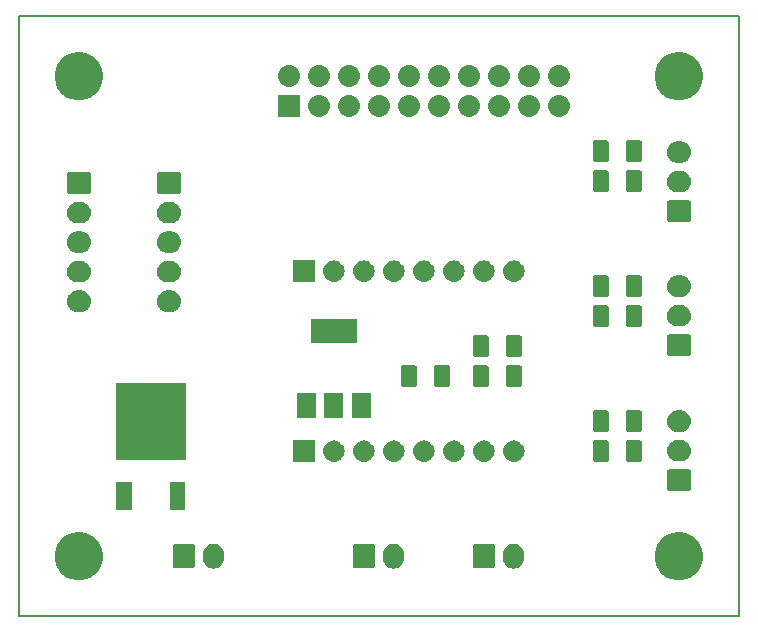
<source format=gbr>
G04 #@! TF.GenerationSoftware,KiCad,Pcbnew,5.0.2-bee76a0~70~ubuntu18.04.1*
G04 #@! TF.CreationDate,2019-02-21T11:41:22+01:00*
G04 #@! TF.ProjectId,PCB_Interface,5043425f-496e-4746-9572-666163652e6b,rev?*
G04 #@! TF.SameCoordinates,Original*
G04 #@! TF.FileFunction,Soldermask,Bot*
G04 #@! TF.FilePolarity,Negative*
%FSLAX46Y46*%
G04 Gerber Fmt 4.6, Leading zero omitted, Abs format (unit mm)*
G04 Created by KiCad (PCBNEW 5.0.2-bee76a0~70~ubuntu18.04.1) date jeu. 21 févr. 2019 11:41:22 CET*
%MOMM*%
%LPD*%
G01*
G04 APERTURE LIST*
%ADD10C,0.150000*%
G04 APERTURE END LIST*
D10*
X83820000Y-119380000D02*
X83820000Y-68580000D01*
X144780000Y-119380000D02*
X83820000Y-119380000D01*
X144780000Y-68580000D02*
X144780000Y-119380000D01*
X83820000Y-68580000D02*
X144780000Y-68580000D01*
G36*
X140298252Y-112327818D02*
X140298254Y-112327819D01*
X140298255Y-112327819D01*
X140671513Y-112482427D01*
X140671514Y-112482428D01*
X141007439Y-112706886D01*
X141293114Y-112992561D01*
X141293116Y-112992564D01*
X141517573Y-113328487D01*
X141672181Y-113701745D01*
X141672182Y-113701748D01*
X141751000Y-114097993D01*
X141751000Y-114502007D01*
X141726212Y-114626627D01*
X141672181Y-114898255D01*
X141517573Y-115271513D01*
X141464461Y-115351000D01*
X141293114Y-115607439D01*
X141007439Y-115893114D01*
X141007436Y-115893116D01*
X140671513Y-116117573D01*
X140298255Y-116272181D01*
X140298254Y-116272181D01*
X140298252Y-116272182D01*
X139902007Y-116351000D01*
X139497993Y-116351000D01*
X139101748Y-116272182D01*
X139101746Y-116272181D01*
X139101745Y-116272181D01*
X138728487Y-116117573D01*
X138392564Y-115893116D01*
X138392561Y-115893114D01*
X138106886Y-115607439D01*
X137935539Y-115351000D01*
X137882427Y-115271513D01*
X137727819Y-114898255D01*
X137673789Y-114626627D01*
X137649000Y-114502007D01*
X137649000Y-114097993D01*
X137727818Y-113701748D01*
X137727819Y-113701745D01*
X137882427Y-113328487D01*
X138106884Y-112992564D01*
X138106886Y-112992561D01*
X138392561Y-112706886D01*
X138728486Y-112482428D01*
X138728487Y-112482427D01*
X139101745Y-112327819D01*
X139101746Y-112327819D01*
X139101748Y-112327818D01*
X139497993Y-112249000D01*
X139902007Y-112249000D01*
X140298252Y-112327818D01*
X140298252Y-112327818D01*
G37*
G36*
X89498252Y-112327818D02*
X89498254Y-112327819D01*
X89498255Y-112327819D01*
X89871513Y-112482427D01*
X89871514Y-112482428D01*
X90207439Y-112706886D01*
X90493114Y-112992561D01*
X90493116Y-112992564D01*
X90717573Y-113328487D01*
X90872181Y-113701745D01*
X90872182Y-113701748D01*
X90951000Y-114097993D01*
X90951000Y-114502007D01*
X90926212Y-114626627D01*
X90872181Y-114898255D01*
X90717573Y-115271513D01*
X90664461Y-115351000D01*
X90493114Y-115607439D01*
X90207439Y-115893114D01*
X90207436Y-115893116D01*
X89871513Y-116117573D01*
X89498255Y-116272181D01*
X89498254Y-116272181D01*
X89498252Y-116272182D01*
X89102007Y-116351000D01*
X88697993Y-116351000D01*
X88301748Y-116272182D01*
X88301746Y-116272181D01*
X88301745Y-116272181D01*
X87928487Y-116117573D01*
X87592564Y-115893116D01*
X87592561Y-115893114D01*
X87306886Y-115607439D01*
X87135539Y-115351000D01*
X87082427Y-115271513D01*
X86927819Y-114898255D01*
X86873789Y-114626627D01*
X86849000Y-114502007D01*
X86849000Y-114097993D01*
X86927818Y-113701748D01*
X86927819Y-113701745D01*
X87082427Y-113328487D01*
X87306884Y-112992564D01*
X87306886Y-112992561D01*
X87592561Y-112706886D01*
X87928486Y-112482428D01*
X87928487Y-112482427D01*
X88301745Y-112327819D01*
X88301746Y-112327819D01*
X88301748Y-112327818D01*
X88697993Y-112249000D01*
X89102007Y-112249000D01*
X89498252Y-112327818D01*
X89498252Y-112327818D01*
G37*
G36*
X100466626Y-113262037D02*
X100579852Y-113296384D01*
X100636466Y-113313557D01*
X100792989Y-113397221D01*
X100930186Y-113509814D01*
X101013448Y-113611271D01*
X101042778Y-113647009D01*
X101042779Y-113647011D01*
X101126443Y-113803533D01*
X101143616Y-113860147D01*
X101177963Y-113973373D01*
X101191000Y-114105742D01*
X101191000Y-114494257D01*
X101177963Y-114626626D01*
X101126443Y-114796466D01*
X101042778Y-114952991D01*
X101042777Y-114952992D01*
X100930186Y-115090186D01*
X100835251Y-115168096D01*
X100792991Y-115202778D01*
X100792989Y-115202779D01*
X100636467Y-115286443D01*
X100595734Y-115298799D01*
X100466627Y-115337963D01*
X100290000Y-115355359D01*
X100113374Y-115337963D01*
X99984267Y-115298799D01*
X99943534Y-115286443D01*
X99787012Y-115202779D01*
X99787010Y-115202778D01*
X99649816Y-115090186D01*
X99649812Y-115090183D01*
X99537222Y-114952992D01*
X99453557Y-114796467D01*
X99436384Y-114739853D01*
X99402037Y-114626627D01*
X99389000Y-114494258D01*
X99389000Y-114105743D01*
X99402037Y-113973374D01*
X99453557Y-113803535D01*
X99453557Y-113803534D01*
X99537221Y-113647011D01*
X99649814Y-113509814D01*
X99751271Y-113426552D01*
X99787009Y-113397222D01*
X99804913Y-113387652D01*
X99943533Y-113313557D01*
X100000147Y-113296384D01*
X100113373Y-113262037D01*
X100290000Y-113244641D01*
X100466626Y-113262037D01*
X100466626Y-113262037D01*
G37*
G36*
X125866626Y-113262037D02*
X125979852Y-113296384D01*
X126036466Y-113313557D01*
X126192989Y-113397221D01*
X126330186Y-113509814D01*
X126413448Y-113611271D01*
X126442778Y-113647009D01*
X126442779Y-113647011D01*
X126526443Y-113803533D01*
X126543616Y-113860147D01*
X126577963Y-113973373D01*
X126591000Y-114105742D01*
X126591000Y-114494257D01*
X126577963Y-114626626D01*
X126526443Y-114796466D01*
X126442778Y-114952991D01*
X126442777Y-114952992D01*
X126330186Y-115090186D01*
X126235251Y-115168096D01*
X126192991Y-115202778D01*
X126192989Y-115202779D01*
X126036467Y-115286443D01*
X125995734Y-115298799D01*
X125866627Y-115337963D01*
X125690000Y-115355359D01*
X125513374Y-115337963D01*
X125384267Y-115298799D01*
X125343534Y-115286443D01*
X125187012Y-115202779D01*
X125187010Y-115202778D01*
X125049816Y-115090186D01*
X125049812Y-115090183D01*
X124937222Y-114952992D01*
X124853557Y-114796467D01*
X124836384Y-114739853D01*
X124802037Y-114626627D01*
X124789000Y-114494258D01*
X124789000Y-114105743D01*
X124802037Y-113973374D01*
X124853557Y-113803535D01*
X124853557Y-113803534D01*
X124937221Y-113647011D01*
X125049814Y-113509814D01*
X125151271Y-113426552D01*
X125187009Y-113397222D01*
X125204913Y-113387652D01*
X125343533Y-113313557D01*
X125400147Y-113296384D01*
X125513373Y-113262037D01*
X125690000Y-113244641D01*
X125866626Y-113262037D01*
X125866626Y-113262037D01*
G37*
G36*
X115706626Y-113262037D02*
X115819852Y-113296384D01*
X115876466Y-113313557D01*
X116032989Y-113397221D01*
X116170186Y-113509814D01*
X116253448Y-113611271D01*
X116282778Y-113647009D01*
X116282779Y-113647011D01*
X116366443Y-113803533D01*
X116383616Y-113860147D01*
X116417963Y-113973373D01*
X116431000Y-114105742D01*
X116431000Y-114494257D01*
X116417963Y-114626626D01*
X116366443Y-114796466D01*
X116282778Y-114952991D01*
X116282777Y-114952992D01*
X116170186Y-115090186D01*
X116075251Y-115168096D01*
X116032991Y-115202778D01*
X116032989Y-115202779D01*
X115876467Y-115286443D01*
X115835734Y-115298799D01*
X115706627Y-115337963D01*
X115530000Y-115355359D01*
X115353374Y-115337963D01*
X115224267Y-115298799D01*
X115183534Y-115286443D01*
X115027012Y-115202779D01*
X115027010Y-115202778D01*
X114889816Y-115090186D01*
X114889812Y-115090183D01*
X114777222Y-114952992D01*
X114693557Y-114796467D01*
X114676384Y-114739853D01*
X114642037Y-114626627D01*
X114629000Y-114494258D01*
X114629000Y-114105743D01*
X114642037Y-113973374D01*
X114693557Y-113803535D01*
X114693557Y-113803534D01*
X114777221Y-113647011D01*
X114889814Y-113509814D01*
X114991271Y-113426552D01*
X115027009Y-113397222D01*
X115044913Y-113387652D01*
X115183533Y-113313557D01*
X115240147Y-113296384D01*
X115353373Y-113262037D01*
X115530000Y-113244641D01*
X115706626Y-113262037D01*
X115706626Y-113262037D01*
G37*
G36*
X123948600Y-113252989D02*
X123981649Y-113263014D01*
X124012106Y-113279294D01*
X124038799Y-113301201D01*
X124060706Y-113327894D01*
X124076986Y-113358351D01*
X124087011Y-113391400D01*
X124091000Y-113431904D01*
X124091000Y-115168096D01*
X124087011Y-115208600D01*
X124076986Y-115241649D01*
X124060706Y-115272106D01*
X124038799Y-115298799D01*
X124012106Y-115320706D01*
X123981649Y-115336986D01*
X123948600Y-115347011D01*
X123908096Y-115351000D01*
X122471904Y-115351000D01*
X122431400Y-115347011D01*
X122398351Y-115336986D01*
X122367894Y-115320706D01*
X122341201Y-115298799D01*
X122319294Y-115272106D01*
X122303014Y-115241649D01*
X122292989Y-115208600D01*
X122289000Y-115168096D01*
X122289000Y-113431904D01*
X122292989Y-113391400D01*
X122303014Y-113358351D01*
X122319294Y-113327894D01*
X122341201Y-113301201D01*
X122367894Y-113279294D01*
X122398351Y-113263014D01*
X122431400Y-113252989D01*
X122471904Y-113249000D01*
X123908096Y-113249000D01*
X123948600Y-113252989D01*
X123948600Y-113252989D01*
G37*
G36*
X98548600Y-113252989D02*
X98581649Y-113263014D01*
X98612106Y-113279294D01*
X98638799Y-113301201D01*
X98660706Y-113327894D01*
X98676986Y-113358351D01*
X98687011Y-113391400D01*
X98691000Y-113431904D01*
X98691000Y-115168096D01*
X98687011Y-115208600D01*
X98676986Y-115241649D01*
X98660706Y-115272106D01*
X98638799Y-115298799D01*
X98612106Y-115320706D01*
X98581649Y-115336986D01*
X98548600Y-115347011D01*
X98508096Y-115351000D01*
X97071904Y-115351000D01*
X97031400Y-115347011D01*
X96998351Y-115336986D01*
X96967894Y-115320706D01*
X96941201Y-115298799D01*
X96919294Y-115272106D01*
X96903014Y-115241649D01*
X96892989Y-115208600D01*
X96889000Y-115168096D01*
X96889000Y-113431904D01*
X96892989Y-113391400D01*
X96903014Y-113358351D01*
X96919294Y-113327894D01*
X96941201Y-113301201D01*
X96967894Y-113279294D01*
X96998351Y-113263014D01*
X97031400Y-113252989D01*
X97071904Y-113249000D01*
X98508096Y-113249000D01*
X98548600Y-113252989D01*
X98548600Y-113252989D01*
G37*
G36*
X113788600Y-113252989D02*
X113821649Y-113263014D01*
X113852106Y-113279294D01*
X113878799Y-113301201D01*
X113900706Y-113327894D01*
X113916986Y-113358351D01*
X113927011Y-113391400D01*
X113931000Y-113431904D01*
X113931000Y-115168096D01*
X113927011Y-115208600D01*
X113916986Y-115241649D01*
X113900706Y-115272106D01*
X113878799Y-115298799D01*
X113852106Y-115320706D01*
X113821649Y-115336986D01*
X113788600Y-115347011D01*
X113748096Y-115351000D01*
X112311904Y-115351000D01*
X112271400Y-115347011D01*
X112238351Y-115336986D01*
X112207894Y-115320706D01*
X112181201Y-115298799D01*
X112159294Y-115272106D01*
X112143014Y-115241649D01*
X112132989Y-115208600D01*
X112129000Y-115168096D01*
X112129000Y-113431904D01*
X112132989Y-113391400D01*
X112143014Y-113358351D01*
X112159294Y-113327894D01*
X112181201Y-113301201D01*
X112207894Y-113279294D01*
X112238351Y-113263014D01*
X112271400Y-113252989D01*
X112311904Y-113249000D01*
X113748096Y-113249000D01*
X113788600Y-113252989D01*
X113788600Y-113252989D01*
G37*
G36*
X93361000Y-110371000D02*
X92059000Y-110371000D01*
X92059000Y-108069000D01*
X93361000Y-108069000D01*
X93361000Y-110371000D01*
X93361000Y-110371000D01*
G37*
G36*
X97921000Y-110371000D02*
X96619000Y-110371000D01*
X96619000Y-108069000D01*
X97921000Y-108069000D01*
X97921000Y-110371000D01*
X97921000Y-110371000D01*
G37*
G36*
X140583600Y-106972989D02*
X140616649Y-106983014D01*
X140647106Y-106999294D01*
X140673799Y-107021201D01*
X140695706Y-107047894D01*
X140711986Y-107078351D01*
X140722011Y-107111400D01*
X140726000Y-107151904D01*
X140726000Y-108588096D01*
X140722011Y-108628600D01*
X140711986Y-108661649D01*
X140695706Y-108692106D01*
X140673799Y-108718799D01*
X140647106Y-108740706D01*
X140616649Y-108756986D01*
X140583600Y-108767011D01*
X140543096Y-108771000D01*
X138856904Y-108771000D01*
X138816400Y-108767011D01*
X138783351Y-108756986D01*
X138752894Y-108740706D01*
X138726201Y-108718799D01*
X138704294Y-108692106D01*
X138688014Y-108661649D01*
X138677989Y-108628600D01*
X138674000Y-108588096D01*
X138674000Y-107151904D01*
X138677989Y-107111400D01*
X138688014Y-107078351D01*
X138704294Y-107047894D01*
X138726201Y-107021201D01*
X138752894Y-106999294D01*
X138783351Y-106983014D01*
X138816400Y-106972989D01*
X138856904Y-106969000D01*
X140543096Y-106969000D01*
X140583600Y-106972989D01*
X140583600Y-106972989D01*
G37*
G36*
X133608604Y-104488347D02*
X133645145Y-104499432D01*
X133678820Y-104517431D01*
X133708341Y-104541659D01*
X133732569Y-104571180D01*
X133750568Y-104604855D01*
X133761653Y-104641396D01*
X133766000Y-104685538D01*
X133766000Y-106134462D01*
X133761653Y-106178604D01*
X133750568Y-106215145D01*
X133732569Y-106248820D01*
X133708341Y-106278341D01*
X133678820Y-106302569D01*
X133645145Y-106320568D01*
X133608604Y-106331653D01*
X133564462Y-106336000D01*
X132615538Y-106336000D01*
X132571396Y-106331653D01*
X132534855Y-106320568D01*
X132501180Y-106302569D01*
X132471659Y-106278341D01*
X132447431Y-106248820D01*
X132429432Y-106215145D01*
X132418347Y-106178604D01*
X132414000Y-106134462D01*
X132414000Y-104685538D01*
X132418347Y-104641396D01*
X132429432Y-104604855D01*
X132447431Y-104571180D01*
X132471659Y-104541659D01*
X132501180Y-104517431D01*
X132534855Y-104499432D01*
X132571396Y-104488347D01*
X132615538Y-104484000D01*
X133564462Y-104484000D01*
X133608604Y-104488347D01*
X133608604Y-104488347D01*
G37*
G36*
X136408604Y-104488347D02*
X136445145Y-104499432D01*
X136478820Y-104517431D01*
X136508341Y-104541659D01*
X136532569Y-104571180D01*
X136550568Y-104604855D01*
X136561653Y-104641396D01*
X136566000Y-104685538D01*
X136566000Y-106134462D01*
X136561653Y-106178604D01*
X136550568Y-106215145D01*
X136532569Y-106248820D01*
X136508341Y-106278341D01*
X136478820Y-106302569D01*
X136445145Y-106320568D01*
X136408604Y-106331653D01*
X136364462Y-106336000D01*
X135415538Y-106336000D01*
X135371396Y-106331653D01*
X135334855Y-106320568D01*
X135301180Y-106302569D01*
X135271659Y-106278341D01*
X135247431Y-106248820D01*
X135229432Y-106215145D01*
X135218347Y-106178604D01*
X135214000Y-106134462D01*
X135214000Y-104685538D01*
X135218347Y-104641396D01*
X135229432Y-104604855D01*
X135247431Y-104571180D01*
X135271659Y-104541659D01*
X135301180Y-104517431D01*
X135334855Y-104499432D01*
X135371396Y-104488347D01*
X135415538Y-104484000D01*
X136364462Y-104484000D01*
X136408604Y-104488347D01*
X136408604Y-104488347D01*
G37*
G36*
X110600443Y-104515519D02*
X110666627Y-104522037D01*
X110779853Y-104556384D01*
X110836467Y-104573557D01*
X110918155Y-104617221D01*
X110992991Y-104657222D01*
X111027494Y-104685538D01*
X111130186Y-104769814D01*
X111209951Y-104867009D01*
X111242778Y-104907009D01*
X111242779Y-104907011D01*
X111326443Y-105063533D01*
X111326443Y-105063534D01*
X111377963Y-105233373D01*
X111395359Y-105410000D01*
X111377963Y-105586627D01*
X111343616Y-105699853D01*
X111326443Y-105756467D01*
X111264160Y-105872989D01*
X111242778Y-105912991D01*
X111213448Y-105948729D01*
X111130186Y-106050186D01*
X111047124Y-106118352D01*
X110992991Y-106162778D01*
X110992989Y-106162779D01*
X110836467Y-106246443D01*
X110802317Y-106256802D01*
X110666627Y-106297963D01*
X110600442Y-106304482D01*
X110534260Y-106311000D01*
X110445740Y-106311000D01*
X110379558Y-106304482D01*
X110313373Y-106297963D01*
X110177683Y-106256802D01*
X110143533Y-106246443D01*
X109987011Y-106162779D01*
X109987009Y-106162778D01*
X109932876Y-106118352D01*
X109849814Y-106050186D01*
X109766552Y-105948729D01*
X109737222Y-105912991D01*
X109715840Y-105872989D01*
X109653557Y-105756467D01*
X109636384Y-105699853D01*
X109602037Y-105586627D01*
X109584641Y-105410000D01*
X109602037Y-105233373D01*
X109653557Y-105063534D01*
X109653557Y-105063533D01*
X109737221Y-104907011D01*
X109737222Y-104907009D01*
X109770049Y-104867009D01*
X109849814Y-104769814D01*
X109952506Y-104685538D01*
X109987009Y-104657222D01*
X110061845Y-104617221D01*
X110143533Y-104573557D01*
X110200147Y-104556384D01*
X110313373Y-104522037D01*
X110379557Y-104515519D01*
X110445740Y-104509000D01*
X110534260Y-104509000D01*
X110600443Y-104515519D01*
X110600443Y-104515519D01*
G37*
G36*
X125840443Y-104515519D02*
X125906627Y-104522037D01*
X126019853Y-104556384D01*
X126076467Y-104573557D01*
X126158155Y-104617221D01*
X126232991Y-104657222D01*
X126267494Y-104685538D01*
X126370186Y-104769814D01*
X126449951Y-104867009D01*
X126482778Y-104907009D01*
X126482779Y-104907011D01*
X126566443Y-105063533D01*
X126566443Y-105063534D01*
X126617963Y-105233373D01*
X126635359Y-105410000D01*
X126617963Y-105586627D01*
X126583616Y-105699853D01*
X126566443Y-105756467D01*
X126504160Y-105872989D01*
X126482778Y-105912991D01*
X126453448Y-105948729D01*
X126370186Y-106050186D01*
X126287124Y-106118352D01*
X126232991Y-106162778D01*
X126232989Y-106162779D01*
X126076467Y-106246443D01*
X126042317Y-106256802D01*
X125906627Y-106297963D01*
X125840442Y-106304482D01*
X125774260Y-106311000D01*
X125685740Y-106311000D01*
X125619558Y-106304482D01*
X125553373Y-106297963D01*
X125417683Y-106256802D01*
X125383533Y-106246443D01*
X125227011Y-106162779D01*
X125227009Y-106162778D01*
X125172876Y-106118352D01*
X125089814Y-106050186D01*
X125006552Y-105948729D01*
X124977222Y-105912991D01*
X124955840Y-105872989D01*
X124893557Y-105756467D01*
X124876384Y-105699853D01*
X124842037Y-105586627D01*
X124824641Y-105410000D01*
X124842037Y-105233373D01*
X124893557Y-105063534D01*
X124893557Y-105063533D01*
X124977221Y-104907011D01*
X124977222Y-104907009D01*
X125010049Y-104867009D01*
X125089814Y-104769814D01*
X125192506Y-104685538D01*
X125227009Y-104657222D01*
X125301845Y-104617221D01*
X125383533Y-104573557D01*
X125440147Y-104556384D01*
X125553373Y-104522037D01*
X125619557Y-104515519D01*
X125685740Y-104509000D01*
X125774260Y-104509000D01*
X125840443Y-104515519D01*
X125840443Y-104515519D01*
G37*
G36*
X123300443Y-104515519D02*
X123366627Y-104522037D01*
X123479853Y-104556384D01*
X123536467Y-104573557D01*
X123618155Y-104617221D01*
X123692991Y-104657222D01*
X123727494Y-104685538D01*
X123830186Y-104769814D01*
X123909951Y-104867009D01*
X123942778Y-104907009D01*
X123942779Y-104907011D01*
X124026443Y-105063533D01*
X124026443Y-105063534D01*
X124077963Y-105233373D01*
X124095359Y-105410000D01*
X124077963Y-105586627D01*
X124043616Y-105699853D01*
X124026443Y-105756467D01*
X123964160Y-105872989D01*
X123942778Y-105912991D01*
X123913448Y-105948729D01*
X123830186Y-106050186D01*
X123747124Y-106118352D01*
X123692991Y-106162778D01*
X123692989Y-106162779D01*
X123536467Y-106246443D01*
X123502317Y-106256802D01*
X123366627Y-106297963D01*
X123300442Y-106304482D01*
X123234260Y-106311000D01*
X123145740Y-106311000D01*
X123079558Y-106304482D01*
X123013373Y-106297963D01*
X122877683Y-106256802D01*
X122843533Y-106246443D01*
X122687011Y-106162779D01*
X122687009Y-106162778D01*
X122632876Y-106118352D01*
X122549814Y-106050186D01*
X122466552Y-105948729D01*
X122437222Y-105912991D01*
X122415840Y-105872989D01*
X122353557Y-105756467D01*
X122336384Y-105699853D01*
X122302037Y-105586627D01*
X122284641Y-105410000D01*
X122302037Y-105233373D01*
X122353557Y-105063534D01*
X122353557Y-105063533D01*
X122437221Y-104907011D01*
X122437222Y-104907009D01*
X122470049Y-104867009D01*
X122549814Y-104769814D01*
X122652506Y-104685538D01*
X122687009Y-104657222D01*
X122761845Y-104617221D01*
X122843533Y-104573557D01*
X122900147Y-104556384D01*
X123013373Y-104522037D01*
X123079557Y-104515519D01*
X123145740Y-104509000D01*
X123234260Y-104509000D01*
X123300443Y-104515519D01*
X123300443Y-104515519D01*
G37*
G36*
X120760443Y-104515519D02*
X120826627Y-104522037D01*
X120939853Y-104556384D01*
X120996467Y-104573557D01*
X121078155Y-104617221D01*
X121152991Y-104657222D01*
X121187494Y-104685538D01*
X121290186Y-104769814D01*
X121369951Y-104867009D01*
X121402778Y-104907009D01*
X121402779Y-104907011D01*
X121486443Y-105063533D01*
X121486443Y-105063534D01*
X121537963Y-105233373D01*
X121555359Y-105410000D01*
X121537963Y-105586627D01*
X121503616Y-105699853D01*
X121486443Y-105756467D01*
X121424160Y-105872989D01*
X121402778Y-105912991D01*
X121373448Y-105948729D01*
X121290186Y-106050186D01*
X121207124Y-106118352D01*
X121152991Y-106162778D01*
X121152989Y-106162779D01*
X120996467Y-106246443D01*
X120962317Y-106256802D01*
X120826627Y-106297963D01*
X120760442Y-106304482D01*
X120694260Y-106311000D01*
X120605740Y-106311000D01*
X120539558Y-106304482D01*
X120473373Y-106297963D01*
X120337683Y-106256802D01*
X120303533Y-106246443D01*
X120147011Y-106162779D01*
X120147009Y-106162778D01*
X120092876Y-106118352D01*
X120009814Y-106050186D01*
X119926552Y-105948729D01*
X119897222Y-105912991D01*
X119875840Y-105872989D01*
X119813557Y-105756467D01*
X119796384Y-105699853D01*
X119762037Y-105586627D01*
X119744641Y-105410000D01*
X119762037Y-105233373D01*
X119813557Y-105063534D01*
X119813557Y-105063533D01*
X119897221Y-104907011D01*
X119897222Y-104907009D01*
X119930049Y-104867009D01*
X120009814Y-104769814D01*
X120112506Y-104685538D01*
X120147009Y-104657222D01*
X120221845Y-104617221D01*
X120303533Y-104573557D01*
X120360147Y-104556384D01*
X120473373Y-104522037D01*
X120539557Y-104515519D01*
X120605740Y-104509000D01*
X120694260Y-104509000D01*
X120760443Y-104515519D01*
X120760443Y-104515519D01*
G37*
G36*
X115680443Y-104515519D02*
X115746627Y-104522037D01*
X115859853Y-104556384D01*
X115916467Y-104573557D01*
X115998155Y-104617221D01*
X116072991Y-104657222D01*
X116107494Y-104685538D01*
X116210186Y-104769814D01*
X116289951Y-104867009D01*
X116322778Y-104907009D01*
X116322779Y-104907011D01*
X116406443Y-105063533D01*
X116406443Y-105063534D01*
X116457963Y-105233373D01*
X116475359Y-105410000D01*
X116457963Y-105586627D01*
X116423616Y-105699853D01*
X116406443Y-105756467D01*
X116344160Y-105872989D01*
X116322778Y-105912991D01*
X116293448Y-105948729D01*
X116210186Y-106050186D01*
X116127124Y-106118352D01*
X116072991Y-106162778D01*
X116072989Y-106162779D01*
X115916467Y-106246443D01*
X115882317Y-106256802D01*
X115746627Y-106297963D01*
X115680442Y-106304482D01*
X115614260Y-106311000D01*
X115525740Y-106311000D01*
X115459558Y-106304482D01*
X115393373Y-106297963D01*
X115257683Y-106256802D01*
X115223533Y-106246443D01*
X115067011Y-106162779D01*
X115067009Y-106162778D01*
X115012876Y-106118352D01*
X114929814Y-106050186D01*
X114846552Y-105948729D01*
X114817222Y-105912991D01*
X114795840Y-105872989D01*
X114733557Y-105756467D01*
X114716384Y-105699853D01*
X114682037Y-105586627D01*
X114664641Y-105410000D01*
X114682037Y-105233373D01*
X114733557Y-105063534D01*
X114733557Y-105063533D01*
X114817221Y-104907011D01*
X114817222Y-104907009D01*
X114850049Y-104867009D01*
X114929814Y-104769814D01*
X115032506Y-104685538D01*
X115067009Y-104657222D01*
X115141845Y-104617221D01*
X115223533Y-104573557D01*
X115280147Y-104556384D01*
X115393373Y-104522037D01*
X115459557Y-104515519D01*
X115525740Y-104509000D01*
X115614260Y-104509000D01*
X115680443Y-104515519D01*
X115680443Y-104515519D01*
G37*
G36*
X108851000Y-106311000D02*
X107049000Y-106311000D01*
X107049000Y-104509000D01*
X108851000Y-104509000D01*
X108851000Y-106311000D01*
X108851000Y-106311000D01*
G37*
G36*
X113140443Y-104515519D02*
X113206627Y-104522037D01*
X113319853Y-104556384D01*
X113376467Y-104573557D01*
X113458155Y-104617221D01*
X113532991Y-104657222D01*
X113567494Y-104685538D01*
X113670186Y-104769814D01*
X113749951Y-104867009D01*
X113782778Y-104907009D01*
X113782779Y-104907011D01*
X113866443Y-105063533D01*
X113866443Y-105063534D01*
X113917963Y-105233373D01*
X113935359Y-105410000D01*
X113917963Y-105586627D01*
X113883616Y-105699853D01*
X113866443Y-105756467D01*
X113804160Y-105872989D01*
X113782778Y-105912991D01*
X113753448Y-105948729D01*
X113670186Y-106050186D01*
X113587124Y-106118352D01*
X113532991Y-106162778D01*
X113532989Y-106162779D01*
X113376467Y-106246443D01*
X113342317Y-106256802D01*
X113206627Y-106297963D01*
X113140442Y-106304482D01*
X113074260Y-106311000D01*
X112985740Y-106311000D01*
X112919558Y-106304482D01*
X112853373Y-106297963D01*
X112717683Y-106256802D01*
X112683533Y-106246443D01*
X112527011Y-106162779D01*
X112527009Y-106162778D01*
X112472876Y-106118352D01*
X112389814Y-106050186D01*
X112306552Y-105948729D01*
X112277222Y-105912991D01*
X112255840Y-105872989D01*
X112193557Y-105756467D01*
X112176384Y-105699853D01*
X112142037Y-105586627D01*
X112124641Y-105410000D01*
X112142037Y-105233373D01*
X112193557Y-105063534D01*
X112193557Y-105063533D01*
X112277221Y-104907011D01*
X112277222Y-104907009D01*
X112310049Y-104867009D01*
X112389814Y-104769814D01*
X112492506Y-104685538D01*
X112527009Y-104657222D01*
X112601845Y-104617221D01*
X112683533Y-104573557D01*
X112740147Y-104556384D01*
X112853373Y-104522037D01*
X112919557Y-104515519D01*
X112985740Y-104509000D01*
X113074260Y-104509000D01*
X113140443Y-104515519D01*
X113140443Y-104515519D01*
G37*
G36*
X118220443Y-104515519D02*
X118286627Y-104522037D01*
X118399853Y-104556384D01*
X118456467Y-104573557D01*
X118538155Y-104617221D01*
X118612991Y-104657222D01*
X118647494Y-104685538D01*
X118750186Y-104769814D01*
X118829951Y-104867009D01*
X118862778Y-104907009D01*
X118862779Y-104907011D01*
X118946443Y-105063533D01*
X118946443Y-105063534D01*
X118997963Y-105233373D01*
X119015359Y-105410000D01*
X118997963Y-105586627D01*
X118963616Y-105699853D01*
X118946443Y-105756467D01*
X118884160Y-105872989D01*
X118862778Y-105912991D01*
X118833448Y-105948729D01*
X118750186Y-106050186D01*
X118667124Y-106118352D01*
X118612991Y-106162778D01*
X118612989Y-106162779D01*
X118456467Y-106246443D01*
X118422317Y-106256802D01*
X118286627Y-106297963D01*
X118220442Y-106304482D01*
X118154260Y-106311000D01*
X118065740Y-106311000D01*
X117999558Y-106304482D01*
X117933373Y-106297963D01*
X117797683Y-106256802D01*
X117763533Y-106246443D01*
X117607011Y-106162779D01*
X117607009Y-106162778D01*
X117552876Y-106118352D01*
X117469814Y-106050186D01*
X117386552Y-105948729D01*
X117357222Y-105912991D01*
X117335840Y-105872989D01*
X117273557Y-105756467D01*
X117256384Y-105699853D01*
X117222037Y-105586627D01*
X117204641Y-105410000D01*
X117222037Y-105233373D01*
X117273557Y-105063534D01*
X117273557Y-105063533D01*
X117357221Y-104907011D01*
X117357222Y-104907009D01*
X117390049Y-104867009D01*
X117469814Y-104769814D01*
X117572506Y-104685538D01*
X117607009Y-104657222D01*
X117681845Y-104617221D01*
X117763533Y-104573557D01*
X117820147Y-104556384D01*
X117933373Y-104522037D01*
X117999557Y-104515519D01*
X118065740Y-104509000D01*
X118154260Y-104509000D01*
X118220443Y-104515519D01*
X118220443Y-104515519D01*
G37*
G36*
X139935442Y-104475518D02*
X140001627Y-104482037D01*
X140075951Y-104504583D01*
X140171467Y-104533557D01*
X140303580Y-104604174D01*
X140327991Y-104617222D01*
X140357447Y-104641396D01*
X140465186Y-104729814D01*
X140548448Y-104831271D01*
X140577778Y-104867009D01*
X140577779Y-104867011D01*
X140661443Y-105023533D01*
X140661443Y-105023534D01*
X140712963Y-105193373D01*
X140730359Y-105370000D01*
X140712963Y-105546627D01*
X140700829Y-105586627D01*
X140661443Y-105716467D01*
X140640062Y-105756467D01*
X140577778Y-105872991D01*
X140548448Y-105908729D01*
X140465186Y-106010186D01*
X140363729Y-106093448D01*
X140327991Y-106122778D01*
X140327989Y-106122779D01*
X140171467Y-106206443D01*
X140114853Y-106223616D01*
X140001627Y-106257963D01*
X139935443Y-106264481D01*
X139869260Y-106271000D01*
X139530740Y-106271000D01*
X139464557Y-106264481D01*
X139398373Y-106257963D01*
X139285147Y-106223616D01*
X139228533Y-106206443D01*
X139072011Y-106122779D01*
X139072009Y-106122778D01*
X139036271Y-106093448D01*
X138934814Y-106010186D01*
X138851552Y-105908729D01*
X138822222Y-105872991D01*
X138759938Y-105756467D01*
X138738557Y-105716467D01*
X138699171Y-105586627D01*
X138687037Y-105546627D01*
X138669641Y-105370000D01*
X138687037Y-105193373D01*
X138738557Y-105023534D01*
X138738557Y-105023533D01*
X138822221Y-104867011D01*
X138822222Y-104867009D01*
X138851552Y-104831271D01*
X138934814Y-104729814D01*
X139042553Y-104641396D01*
X139072009Y-104617222D01*
X139096420Y-104604174D01*
X139228533Y-104533557D01*
X139324049Y-104504583D01*
X139398373Y-104482037D01*
X139464558Y-104475518D01*
X139530740Y-104469000D01*
X139869260Y-104469000D01*
X139935442Y-104475518D01*
X139935442Y-104475518D01*
G37*
G36*
X97941000Y-106171000D02*
X92039000Y-106171000D01*
X92039000Y-99669000D01*
X97941000Y-99669000D01*
X97941000Y-106171000D01*
X97941000Y-106171000D01*
G37*
G36*
X133608604Y-101948347D02*
X133645145Y-101959432D01*
X133678820Y-101977431D01*
X133708341Y-102001659D01*
X133732569Y-102031180D01*
X133750568Y-102064855D01*
X133761653Y-102101396D01*
X133766000Y-102145538D01*
X133766000Y-103594462D01*
X133761653Y-103638604D01*
X133750568Y-103675145D01*
X133732569Y-103708820D01*
X133708341Y-103738341D01*
X133678820Y-103762569D01*
X133645145Y-103780568D01*
X133608604Y-103791653D01*
X133564462Y-103796000D01*
X132615538Y-103796000D01*
X132571396Y-103791653D01*
X132534855Y-103780568D01*
X132501180Y-103762569D01*
X132471659Y-103738341D01*
X132447431Y-103708820D01*
X132429432Y-103675145D01*
X132418347Y-103638604D01*
X132414000Y-103594462D01*
X132414000Y-102145538D01*
X132418347Y-102101396D01*
X132429432Y-102064855D01*
X132447431Y-102031180D01*
X132471659Y-102001659D01*
X132501180Y-101977431D01*
X132534855Y-101959432D01*
X132571396Y-101948347D01*
X132615538Y-101944000D01*
X133564462Y-101944000D01*
X133608604Y-101948347D01*
X133608604Y-101948347D01*
G37*
G36*
X136408604Y-101948347D02*
X136445145Y-101959432D01*
X136478820Y-101977431D01*
X136508341Y-102001659D01*
X136532569Y-102031180D01*
X136550568Y-102064855D01*
X136561653Y-102101396D01*
X136566000Y-102145538D01*
X136566000Y-103594462D01*
X136561653Y-103638604D01*
X136550568Y-103675145D01*
X136532569Y-103708820D01*
X136508341Y-103738341D01*
X136478820Y-103762569D01*
X136445145Y-103780568D01*
X136408604Y-103791653D01*
X136364462Y-103796000D01*
X135415538Y-103796000D01*
X135371396Y-103791653D01*
X135334855Y-103780568D01*
X135301180Y-103762569D01*
X135271659Y-103738341D01*
X135247431Y-103708820D01*
X135229432Y-103675145D01*
X135218347Y-103638604D01*
X135214000Y-103594462D01*
X135214000Y-102145538D01*
X135218347Y-102101396D01*
X135229432Y-102064855D01*
X135247431Y-102031180D01*
X135271659Y-102001659D01*
X135301180Y-101977431D01*
X135334855Y-101959432D01*
X135371396Y-101948347D01*
X135415538Y-101944000D01*
X136364462Y-101944000D01*
X136408604Y-101948347D01*
X136408604Y-101948347D01*
G37*
G36*
X139935442Y-101975518D02*
X140001627Y-101982037D01*
X140114853Y-102016384D01*
X140171467Y-102033557D01*
X140298383Y-102101396D01*
X140327991Y-102117222D01*
X140362494Y-102145538D01*
X140465186Y-102229814D01*
X140548448Y-102331271D01*
X140577778Y-102367009D01*
X140577779Y-102367011D01*
X140661443Y-102523533D01*
X140661443Y-102523534D01*
X140712963Y-102693373D01*
X140730359Y-102870000D01*
X140712963Y-103046627D01*
X140678616Y-103159853D01*
X140661443Y-103216467D01*
X140587348Y-103355087D01*
X140577778Y-103372991D01*
X140548448Y-103408729D01*
X140465186Y-103510186D01*
X140382124Y-103578352D01*
X140327991Y-103622778D01*
X140327989Y-103622779D01*
X140171467Y-103706443D01*
X140137317Y-103716802D01*
X140001627Y-103757963D01*
X139935443Y-103764481D01*
X139869260Y-103771000D01*
X139530740Y-103771000D01*
X139464557Y-103764481D01*
X139398373Y-103757963D01*
X139262683Y-103716802D01*
X139228533Y-103706443D01*
X139072011Y-103622779D01*
X139072009Y-103622778D01*
X139017876Y-103578352D01*
X138934814Y-103510186D01*
X138851552Y-103408729D01*
X138822222Y-103372991D01*
X138812652Y-103355087D01*
X138738557Y-103216467D01*
X138721384Y-103159853D01*
X138687037Y-103046627D01*
X138669641Y-102870000D01*
X138687037Y-102693373D01*
X138738557Y-102523534D01*
X138738557Y-102523533D01*
X138822221Y-102367011D01*
X138822222Y-102367009D01*
X138851552Y-102331271D01*
X138934814Y-102229814D01*
X139037506Y-102145538D01*
X139072009Y-102117222D01*
X139101617Y-102101396D01*
X139228533Y-102033557D01*
X139285147Y-102016384D01*
X139398373Y-101982037D01*
X139464558Y-101975518D01*
X139530740Y-101969000D01*
X139869260Y-101969000D01*
X139935442Y-101975518D01*
X139935442Y-101975518D01*
G37*
G36*
X113591000Y-102601000D02*
X111989000Y-102601000D01*
X111989000Y-100499000D01*
X113591000Y-100499000D01*
X113591000Y-102601000D01*
X113591000Y-102601000D01*
G37*
G36*
X111291000Y-102601000D02*
X109689000Y-102601000D01*
X109689000Y-100499000D01*
X111291000Y-100499000D01*
X111291000Y-102601000D01*
X111291000Y-102601000D01*
G37*
G36*
X108991000Y-102601000D02*
X107389000Y-102601000D01*
X107389000Y-100499000D01*
X108991000Y-100499000D01*
X108991000Y-102601000D01*
X108991000Y-102601000D01*
G37*
G36*
X126248604Y-98138347D02*
X126285145Y-98149432D01*
X126318820Y-98167431D01*
X126348341Y-98191659D01*
X126372569Y-98221180D01*
X126390568Y-98254855D01*
X126401653Y-98291396D01*
X126406000Y-98335538D01*
X126406000Y-99784462D01*
X126401653Y-99828604D01*
X126390568Y-99865145D01*
X126372569Y-99898820D01*
X126348341Y-99928341D01*
X126318820Y-99952569D01*
X126285145Y-99970568D01*
X126248604Y-99981653D01*
X126204462Y-99986000D01*
X125255538Y-99986000D01*
X125211396Y-99981653D01*
X125174855Y-99970568D01*
X125141180Y-99952569D01*
X125111659Y-99928341D01*
X125087431Y-99898820D01*
X125069432Y-99865145D01*
X125058347Y-99828604D01*
X125054000Y-99784462D01*
X125054000Y-98335538D01*
X125058347Y-98291396D01*
X125069432Y-98254855D01*
X125087431Y-98221180D01*
X125111659Y-98191659D01*
X125141180Y-98167431D01*
X125174855Y-98149432D01*
X125211396Y-98138347D01*
X125255538Y-98134000D01*
X126204462Y-98134000D01*
X126248604Y-98138347D01*
X126248604Y-98138347D01*
G37*
G36*
X117358604Y-98138347D02*
X117395145Y-98149432D01*
X117428820Y-98167431D01*
X117458341Y-98191659D01*
X117482569Y-98221180D01*
X117500568Y-98254855D01*
X117511653Y-98291396D01*
X117516000Y-98335538D01*
X117516000Y-99784462D01*
X117511653Y-99828604D01*
X117500568Y-99865145D01*
X117482569Y-99898820D01*
X117458341Y-99928341D01*
X117428820Y-99952569D01*
X117395145Y-99970568D01*
X117358604Y-99981653D01*
X117314462Y-99986000D01*
X116365538Y-99986000D01*
X116321396Y-99981653D01*
X116284855Y-99970568D01*
X116251180Y-99952569D01*
X116221659Y-99928341D01*
X116197431Y-99898820D01*
X116179432Y-99865145D01*
X116168347Y-99828604D01*
X116164000Y-99784462D01*
X116164000Y-98335538D01*
X116168347Y-98291396D01*
X116179432Y-98254855D01*
X116197431Y-98221180D01*
X116221659Y-98191659D01*
X116251180Y-98167431D01*
X116284855Y-98149432D01*
X116321396Y-98138347D01*
X116365538Y-98134000D01*
X117314462Y-98134000D01*
X117358604Y-98138347D01*
X117358604Y-98138347D01*
G37*
G36*
X120158604Y-98138347D02*
X120195145Y-98149432D01*
X120228820Y-98167431D01*
X120258341Y-98191659D01*
X120282569Y-98221180D01*
X120300568Y-98254855D01*
X120311653Y-98291396D01*
X120316000Y-98335538D01*
X120316000Y-99784462D01*
X120311653Y-99828604D01*
X120300568Y-99865145D01*
X120282569Y-99898820D01*
X120258341Y-99928341D01*
X120228820Y-99952569D01*
X120195145Y-99970568D01*
X120158604Y-99981653D01*
X120114462Y-99986000D01*
X119165538Y-99986000D01*
X119121396Y-99981653D01*
X119084855Y-99970568D01*
X119051180Y-99952569D01*
X119021659Y-99928341D01*
X118997431Y-99898820D01*
X118979432Y-99865145D01*
X118968347Y-99828604D01*
X118964000Y-99784462D01*
X118964000Y-98335538D01*
X118968347Y-98291396D01*
X118979432Y-98254855D01*
X118997431Y-98221180D01*
X119021659Y-98191659D01*
X119051180Y-98167431D01*
X119084855Y-98149432D01*
X119121396Y-98138347D01*
X119165538Y-98134000D01*
X120114462Y-98134000D01*
X120158604Y-98138347D01*
X120158604Y-98138347D01*
G37*
G36*
X123448604Y-98138347D02*
X123485145Y-98149432D01*
X123518820Y-98167431D01*
X123548341Y-98191659D01*
X123572569Y-98221180D01*
X123590568Y-98254855D01*
X123601653Y-98291396D01*
X123606000Y-98335538D01*
X123606000Y-99784462D01*
X123601653Y-99828604D01*
X123590568Y-99865145D01*
X123572569Y-99898820D01*
X123548341Y-99928341D01*
X123518820Y-99952569D01*
X123485145Y-99970568D01*
X123448604Y-99981653D01*
X123404462Y-99986000D01*
X122455538Y-99986000D01*
X122411396Y-99981653D01*
X122374855Y-99970568D01*
X122341180Y-99952569D01*
X122311659Y-99928341D01*
X122287431Y-99898820D01*
X122269432Y-99865145D01*
X122258347Y-99828604D01*
X122254000Y-99784462D01*
X122254000Y-98335538D01*
X122258347Y-98291396D01*
X122269432Y-98254855D01*
X122287431Y-98221180D01*
X122311659Y-98191659D01*
X122341180Y-98167431D01*
X122374855Y-98149432D01*
X122411396Y-98138347D01*
X122455538Y-98134000D01*
X123404462Y-98134000D01*
X123448604Y-98138347D01*
X123448604Y-98138347D01*
G37*
G36*
X126248604Y-95598347D02*
X126285145Y-95609432D01*
X126318820Y-95627431D01*
X126348341Y-95651659D01*
X126372569Y-95681180D01*
X126390568Y-95714855D01*
X126401653Y-95751396D01*
X126406000Y-95795538D01*
X126406000Y-97244462D01*
X126401653Y-97288604D01*
X126390568Y-97325145D01*
X126372569Y-97358820D01*
X126348341Y-97388341D01*
X126318820Y-97412569D01*
X126285145Y-97430568D01*
X126248604Y-97441653D01*
X126204462Y-97446000D01*
X125255538Y-97446000D01*
X125211396Y-97441653D01*
X125174855Y-97430568D01*
X125141180Y-97412569D01*
X125111659Y-97388341D01*
X125087431Y-97358820D01*
X125069432Y-97325145D01*
X125058347Y-97288604D01*
X125054000Y-97244462D01*
X125054000Y-95795538D01*
X125058347Y-95751396D01*
X125069432Y-95714855D01*
X125087431Y-95681180D01*
X125111659Y-95651659D01*
X125141180Y-95627431D01*
X125174855Y-95609432D01*
X125211396Y-95598347D01*
X125255538Y-95594000D01*
X126204462Y-95594000D01*
X126248604Y-95598347D01*
X126248604Y-95598347D01*
G37*
G36*
X123448604Y-95598347D02*
X123485145Y-95609432D01*
X123518820Y-95627431D01*
X123548341Y-95651659D01*
X123572569Y-95681180D01*
X123590568Y-95714855D01*
X123601653Y-95751396D01*
X123606000Y-95795538D01*
X123606000Y-97244462D01*
X123601653Y-97288604D01*
X123590568Y-97325145D01*
X123572569Y-97358820D01*
X123548341Y-97388341D01*
X123518820Y-97412569D01*
X123485145Y-97430568D01*
X123448604Y-97441653D01*
X123404462Y-97446000D01*
X122455538Y-97446000D01*
X122411396Y-97441653D01*
X122374855Y-97430568D01*
X122341180Y-97412569D01*
X122311659Y-97388341D01*
X122287431Y-97358820D01*
X122269432Y-97325145D01*
X122258347Y-97288604D01*
X122254000Y-97244462D01*
X122254000Y-95795538D01*
X122258347Y-95751396D01*
X122269432Y-95714855D01*
X122287431Y-95681180D01*
X122311659Y-95651659D01*
X122341180Y-95627431D01*
X122374855Y-95609432D01*
X122411396Y-95598347D01*
X122455538Y-95594000D01*
X123404462Y-95594000D01*
X123448604Y-95598347D01*
X123448604Y-95598347D01*
G37*
G36*
X140583600Y-95542989D02*
X140616649Y-95553014D01*
X140647106Y-95569294D01*
X140673799Y-95591201D01*
X140695706Y-95617894D01*
X140711986Y-95648351D01*
X140722011Y-95681400D01*
X140726000Y-95721904D01*
X140726000Y-97158096D01*
X140722011Y-97198600D01*
X140711986Y-97231649D01*
X140695706Y-97262106D01*
X140673799Y-97288799D01*
X140647106Y-97310706D01*
X140616649Y-97326986D01*
X140583600Y-97337011D01*
X140543096Y-97341000D01*
X138856904Y-97341000D01*
X138816400Y-97337011D01*
X138783351Y-97326986D01*
X138752894Y-97310706D01*
X138726201Y-97288799D01*
X138704294Y-97262106D01*
X138688014Y-97231649D01*
X138677989Y-97198600D01*
X138674000Y-97158096D01*
X138674000Y-95721904D01*
X138677989Y-95681400D01*
X138688014Y-95648351D01*
X138704294Y-95617894D01*
X138726201Y-95591201D01*
X138752894Y-95569294D01*
X138783351Y-95553014D01*
X138816400Y-95542989D01*
X138856904Y-95539000D01*
X140543096Y-95539000D01*
X140583600Y-95542989D01*
X140583600Y-95542989D01*
G37*
G36*
X112441000Y-96301000D02*
X108539000Y-96301000D01*
X108539000Y-94199000D01*
X112441000Y-94199000D01*
X112441000Y-96301000D01*
X112441000Y-96301000D01*
G37*
G36*
X136408604Y-93058347D02*
X136445145Y-93069432D01*
X136478820Y-93087431D01*
X136508341Y-93111659D01*
X136532569Y-93141180D01*
X136550568Y-93174855D01*
X136561653Y-93211396D01*
X136566000Y-93255538D01*
X136566000Y-94704462D01*
X136561653Y-94748604D01*
X136550568Y-94785145D01*
X136532569Y-94818820D01*
X136508341Y-94848341D01*
X136478820Y-94872569D01*
X136445145Y-94890568D01*
X136408604Y-94901653D01*
X136364462Y-94906000D01*
X135415538Y-94906000D01*
X135371396Y-94901653D01*
X135334855Y-94890568D01*
X135301180Y-94872569D01*
X135271659Y-94848341D01*
X135247431Y-94818820D01*
X135229432Y-94785145D01*
X135218347Y-94748604D01*
X135214000Y-94704462D01*
X135214000Y-93255538D01*
X135218347Y-93211396D01*
X135229432Y-93174855D01*
X135247431Y-93141180D01*
X135271659Y-93111659D01*
X135301180Y-93087431D01*
X135334855Y-93069432D01*
X135371396Y-93058347D01*
X135415538Y-93054000D01*
X136364462Y-93054000D01*
X136408604Y-93058347D01*
X136408604Y-93058347D01*
G37*
G36*
X133608604Y-93058347D02*
X133645145Y-93069432D01*
X133678820Y-93087431D01*
X133708341Y-93111659D01*
X133732569Y-93141180D01*
X133750568Y-93174855D01*
X133761653Y-93211396D01*
X133766000Y-93255538D01*
X133766000Y-94704462D01*
X133761653Y-94748604D01*
X133750568Y-94785145D01*
X133732569Y-94818820D01*
X133708341Y-94848341D01*
X133678820Y-94872569D01*
X133645145Y-94890568D01*
X133608604Y-94901653D01*
X133564462Y-94906000D01*
X132615538Y-94906000D01*
X132571396Y-94901653D01*
X132534855Y-94890568D01*
X132501180Y-94872569D01*
X132471659Y-94848341D01*
X132447431Y-94818820D01*
X132429432Y-94785145D01*
X132418347Y-94748604D01*
X132414000Y-94704462D01*
X132414000Y-93255538D01*
X132418347Y-93211396D01*
X132429432Y-93174855D01*
X132447431Y-93141180D01*
X132471659Y-93111659D01*
X132501180Y-93087431D01*
X132534855Y-93069432D01*
X132571396Y-93058347D01*
X132615538Y-93054000D01*
X133564462Y-93054000D01*
X133608604Y-93058347D01*
X133608604Y-93058347D01*
G37*
G36*
X139935442Y-93045518D02*
X140001627Y-93052037D01*
X140075951Y-93074583D01*
X140171467Y-93103557D01*
X140303580Y-93174174D01*
X140327991Y-93187222D01*
X140357447Y-93211396D01*
X140465186Y-93299814D01*
X140548448Y-93401271D01*
X140577778Y-93437009D01*
X140577779Y-93437011D01*
X140661443Y-93593533D01*
X140661443Y-93593534D01*
X140712963Y-93763373D01*
X140730359Y-93940000D01*
X140712963Y-94116627D01*
X140687975Y-94199000D01*
X140661443Y-94286467D01*
X140587348Y-94425087D01*
X140577778Y-94442991D01*
X140548448Y-94478729D01*
X140465186Y-94580186D01*
X140363729Y-94663448D01*
X140327991Y-94692778D01*
X140327989Y-94692779D01*
X140171467Y-94776443D01*
X140114853Y-94793616D01*
X140001627Y-94827963D01*
X139935443Y-94834481D01*
X139869260Y-94841000D01*
X139530740Y-94841000D01*
X139464557Y-94834481D01*
X139398373Y-94827963D01*
X139285147Y-94793616D01*
X139228533Y-94776443D01*
X139072011Y-94692779D01*
X139072009Y-94692778D01*
X139036271Y-94663448D01*
X138934814Y-94580186D01*
X138851552Y-94478729D01*
X138822222Y-94442991D01*
X138812652Y-94425087D01*
X138738557Y-94286467D01*
X138712025Y-94199000D01*
X138687037Y-94116627D01*
X138669641Y-93940000D01*
X138687037Y-93763373D01*
X138738557Y-93593534D01*
X138738557Y-93593533D01*
X138822221Y-93437011D01*
X138822222Y-93437009D01*
X138851552Y-93401271D01*
X138934814Y-93299814D01*
X139042553Y-93211396D01*
X139072009Y-93187222D01*
X139096420Y-93174174D01*
X139228533Y-93103557D01*
X139324049Y-93074583D01*
X139398373Y-93052037D01*
X139464558Y-93045518D01*
X139530740Y-93039000D01*
X139869260Y-93039000D01*
X139935442Y-93045518D01*
X139935442Y-93045518D01*
G37*
G36*
X96755442Y-91815518D02*
X96821627Y-91822037D01*
X96934853Y-91856384D01*
X96991467Y-91873557D01*
X97121363Y-91942989D01*
X97147991Y-91957222D01*
X97183729Y-91986552D01*
X97285186Y-92069814D01*
X97362860Y-92164462D01*
X97397778Y-92207009D01*
X97407348Y-92224913D01*
X97481443Y-92363533D01*
X97481443Y-92363534D01*
X97532963Y-92533373D01*
X97550359Y-92710000D01*
X97532963Y-92886627D01*
X97498616Y-92999853D01*
X97481443Y-93056467D01*
X97440429Y-93133198D01*
X97397778Y-93212991D01*
X97391269Y-93220922D01*
X97285186Y-93350186D01*
X97183729Y-93433448D01*
X97147991Y-93462778D01*
X97147989Y-93462779D01*
X96991467Y-93546443D01*
X96934853Y-93563616D01*
X96821627Y-93597963D01*
X96755443Y-93604481D01*
X96689260Y-93611000D01*
X96350740Y-93611000D01*
X96284557Y-93604481D01*
X96218373Y-93597963D01*
X96105147Y-93563616D01*
X96048533Y-93546443D01*
X95892011Y-93462779D01*
X95892009Y-93462778D01*
X95856271Y-93433448D01*
X95754814Y-93350186D01*
X95648731Y-93220922D01*
X95642222Y-93212991D01*
X95599571Y-93133198D01*
X95558557Y-93056467D01*
X95541384Y-92999853D01*
X95507037Y-92886627D01*
X95489641Y-92710000D01*
X95507037Y-92533373D01*
X95558557Y-92363534D01*
X95558557Y-92363533D01*
X95632652Y-92224913D01*
X95642222Y-92207009D01*
X95677140Y-92164462D01*
X95754814Y-92069814D01*
X95856271Y-91986552D01*
X95892009Y-91957222D01*
X95918637Y-91942989D01*
X96048533Y-91873557D01*
X96105147Y-91856384D01*
X96218373Y-91822037D01*
X96284558Y-91815518D01*
X96350740Y-91809000D01*
X96689260Y-91809000D01*
X96755442Y-91815518D01*
X96755442Y-91815518D01*
G37*
G36*
X89135442Y-91815518D02*
X89201627Y-91822037D01*
X89314853Y-91856384D01*
X89371467Y-91873557D01*
X89501363Y-91942989D01*
X89527991Y-91957222D01*
X89563729Y-91986552D01*
X89665186Y-92069814D01*
X89742860Y-92164462D01*
X89777778Y-92207009D01*
X89787348Y-92224913D01*
X89861443Y-92363533D01*
X89861443Y-92363534D01*
X89912963Y-92533373D01*
X89930359Y-92710000D01*
X89912963Y-92886627D01*
X89878616Y-92999853D01*
X89861443Y-93056467D01*
X89820429Y-93133198D01*
X89777778Y-93212991D01*
X89771269Y-93220922D01*
X89665186Y-93350186D01*
X89563729Y-93433448D01*
X89527991Y-93462778D01*
X89527989Y-93462779D01*
X89371467Y-93546443D01*
X89314853Y-93563616D01*
X89201627Y-93597963D01*
X89135443Y-93604481D01*
X89069260Y-93611000D01*
X88730740Y-93611000D01*
X88664557Y-93604481D01*
X88598373Y-93597963D01*
X88485147Y-93563616D01*
X88428533Y-93546443D01*
X88272011Y-93462779D01*
X88272009Y-93462778D01*
X88236271Y-93433448D01*
X88134814Y-93350186D01*
X88028731Y-93220922D01*
X88022222Y-93212991D01*
X87979571Y-93133198D01*
X87938557Y-93056467D01*
X87921384Y-92999853D01*
X87887037Y-92886627D01*
X87869641Y-92710000D01*
X87887037Y-92533373D01*
X87938557Y-92363534D01*
X87938557Y-92363533D01*
X88012652Y-92224913D01*
X88022222Y-92207009D01*
X88057140Y-92164462D01*
X88134814Y-92069814D01*
X88236271Y-91986552D01*
X88272009Y-91957222D01*
X88298637Y-91942989D01*
X88428533Y-91873557D01*
X88485147Y-91856384D01*
X88598373Y-91822037D01*
X88664558Y-91815518D01*
X88730740Y-91809000D01*
X89069260Y-91809000D01*
X89135442Y-91815518D01*
X89135442Y-91815518D01*
G37*
G36*
X136408604Y-90518347D02*
X136445145Y-90529432D01*
X136478820Y-90547431D01*
X136508341Y-90571659D01*
X136532569Y-90601180D01*
X136550568Y-90634855D01*
X136561653Y-90671396D01*
X136566000Y-90715538D01*
X136566000Y-92164462D01*
X136561653Y-92208604D01*
X136550568Y-92245145D01*
X136532569Y-92278820D01*
X136508341Y-92308341D01*
X136478820Y-92332569D01*
X136445145Y-92350568D01*
X136408604Y-92361653D01*
X136364462Y-92366000D01*
X135415538Y-92366000D01*
X135371396Y-92361653D01*
X135334855Y-92350568D01*
X135301180Y-92332569D01*
X135271659Y-92308341D01*
X135247431Y-92278820D01*
X135229432Y-92245145D01*
X135218347Y-92208604D01*
X135214000Y-92164462D01*
X135214000Y-90715538D01*
X135218347Y-90671396D01*
X135229432Y-90634855D01*
X135247431Y-90601180D01*
X135271659Y-90571659D01*
X135301180Y-90547431D01*
X135334855Y-90529432D01*
X135371396Y-90518347D01*
X135415538Y-90514000D01*
X136364462Y-90514000D01*
X136408604Y-90518347D01*
X136408604Y-90518347D01*
G37*
G36*
X133608604Y-90518347D02*
X133645145Y-90529432D01*
X133678820Y-90547431D01*
X133708341Y-90571659D01*
X133732569Y-90601180D01*
X133750568Y-90634855D01*
X133761653Y-90671396D01*
X133766000Y-90715538D01*
X133766000Y-92164462D01*
X133761653Y-92208604D01*
X133750568Y-92245145D01*
X133732569Y-92278820D01*
X133708341Y-92308341D01*
X133678820Y-92332569D01*
X133645145Y-92350568D01*
X133608604Y-92361653D01*
X133564462Y-92366000D01*
X132615538Y-92366000D01*
X132571396Y-92361653D01*
X132534855Y-92350568D01*
X132501180Y-92332569D01*
X132471659Y-92308341D01*
X132447431Y-92278820D01*
X132429432Y-92245145D01*
X132418347Y-92208604D01*
X132414000Y-92164462D01*
X132414000Y-90715538D01*
X132418347Y-90671396D01*
X132429432Y-90634855D01*
X132447431Y-90601180D01*
X132471659Y-90571659D01*
X132501180Y-90547431D01*
X132534855Y-90529432D01*
X132571396Y-90518347D01*
X132615538Y-90514000D01*
X133564462Y-90514000D01*
X133608604Y-90518347D01*
X133608604Y-90518347D01*
G37*
G36*
X139935443Y-90545519D02*
X140001627Y-90552037D01*
X140114853Y-90586384D01*
X140171467Y-90603557D01*
X140298383Y-90671396D01*
X140327991Y-90687222D01*
X140359388Y-90712989D01*
X140465186Y-90799814D01*
X140548448Y-90901271D01*
X140577778Y-90937009D01*
X140577779Y-90937011D01*
X140661443Y-91093533D01*
X140661443Y-91093534D01*
X140712963Y-91263373D01*
X140730359Y-91440000D01*
X140712963Y-91616627D01*
X140678616Y-91729853D01*
X140661443Y-91786467D01*
X140642430Y-91822037D01*
X140577778Y-91942991D01*
X140548448Y-91978729D01*
X140465186Y-92080186D01*
X140382124Y-92148352D01*
X140327991Y-92192778D01*
X140327989Y-92192779D01*
X140171467Y-92276443D01*
X140137317Y-92286802D01*
X140001627Y-92327963D01*
X139935443Y-92334481D01*
X139869260Y-92341000D01*
X139530740Y-92341000D01*
X139464557Y-92334481D01*
X139398373Y-92327963D01*
X139262683Y-92286802D01*
X139228533Y-92276443D01*
X139072011Y-92192779D01*
X139072009Y-92192778D01*
X139017876Y-92148352D01*
X138934814Y-92080186D01*
X138851552Y-91978729D01*
X138822222Y-91942991D01*
X138757570Y-91822037D01*
X138738557Y-91786467D01*
X138721384Y-91729853D01*
X138687037Y-91616627D01*
X138669641Y-91440000D01*
X138687037Y-91263373D01*
X138738557Y-91093534D01*
X138738557Y-91093533D01*
X138822221Y-90937011D01*
X138822222Y-90937009D01*
X138851552Y-90901271D01*
X138934814Y-90799814D01*
X139040612Y-90712989D01*
X139072009Y-90687222D01*
X139101617Y-90671396D01*
X139228533Y-90603557D01*
X139285147Y-90586384D01*
X139398373Y-90552037D01*
X139464557Y-90545519D01*
X139530740Y-90539000D01*
X139869260Y-90539000D01*
X139935443Y-90545519D01*
X139935443Y-90545519D01*
G37*
G36*
X96755442Y-89315518D02*
X96821627Y-89322037D01*
X96934853Y-89356384D01*
X96991467Y-89373557D01*
X97073155Y-89417221D01*
X97147991Y-89457222D01*
X97183729Y-89486552D01*
X97285186Y-89569814D01*
X97364951Y-89667009D01*
X97397778Y-89707009D01*
X97397779Y-89707011D01*
X97481443Y-89863533D01*
X97481443Y-89863534D01*
X97532963Y-90033373D01*
X97550359Y-90210000D01*
X97532963Y-90386627D01*
X97498616Y-90499853D01*
X97481443Y-90556467D01*
X97457543Y-90601180D01*
X97397778Y-90712991D01*
X97382466Y-90731648D01*
X97285186Y-90850186D01*
X97196731Y-90922778D01*
X97147991Y-90962778D01*
X97147989Y-90962779D01*
X96991467Y-91046443D01*
X96953490Y-91057963D01*
X96821627Y-91097963D01*
X96755442Y-91104482D01*
X96689260Y-91111000D01*
X96350740Y-91111000D01*
X96284558Y-91104482D01*
X96218373Y-91097963D01*
X96086510Y-91057963D01*
X96048533Y-91046443D01*
X95892011Y-90962779D01*
X95892009Y-90962778D01*
X95843269Y-90922778D01*
X95754814Y-90850186D01*
X95657534Y-90731648D01*
X95642222Y-90712991D01*
X95582457Y-90601180D01*
X95558557Y-90556467D01*
X95541384Y-90499853D01*
X95507037Y-90386627D01*
X95489641Y-90210000D01*
X95507037Y-90033373D01*
X95558557Y-89863534D01*
X95558557Y-89863533D01*
X95642221Y-89707011D01*
X95642222Y-89707009D01*
X95675049Y-89667009D01*
X95754814Y-89569814D01*
X95856271Y-89486552D01*
X95892009Y-89457222D01*
X95966845Y-89417221D01*
X96048533Y-89373557D01*
X96105147Y-89356384D01*
X96218373Y-89322037D01*
X96284558Y-89315518D01*
X96350740Y-89309000D01*
X96689260Y-89309000D01*
X96755442Y-89315518D01*
X96755442Y-89315518D01*
G37*
G36*
X89135442Y-89315518D02*
X89201627Y-89322037D01*
X89314853Y-89356384D01*
X89371467Y-89373557D01*
X89453155Y-89417221D01*
X89527991Y-89457222D01*
X89563729Y-89486552D01*
X89665186Y-89569814D01*
X89744951Y-89667009D01*
X89777778Y-89707009D01*
X89777779Y-89707011D01*
X89861443Y-89863533D01*
X89861443Y-89863534D01*
X89912963Y-90033373D01*
X89930359Y-90210000D01*
X89912963Y-90386627D01*
X89878616Y-90499853D01*
X89861443Y-90556467D01*
X89837543Y-90601180D01*
X89777778Y-90712991D01*
X89762466Y-90731648D01*
X89665186Y-90850186D01*
X89576731Y-90922778D01*
X89527991Y-90962778D01*
X89527989Y-90962779D01*
X89371467Y-91046443D01*
X89333490Y-91057963D01*
X89201627Y-91097963D01*
X89135442Y-91104482D01*
X89069260Y-91111000D01*
X88730740Y-91111000D01*
X88664558Y-91104482D01*
X88598373Y-91097963D01*
X88466510Y-91057963D01*
X88428533Y-91046443D01*
X88272011Y-90962779D01*
X88272009Y-90962778D01*
X88223269Y-90922778D01*
X88134814Y-90850186D01*
X88037534Y-90731648D01*
X88022222Y-90712991D01*
X87962457Y-90601180D01*
X87938557Y-90556467D01*
X87921384Y-90499853D01*
X87887037Y-90386627D01*
X87869641Y-90210000D01*
X87887037Y-90033373D01*
X87938557Y-89863534D01*
X87938557Y-89863533D01*
X88022221Y-89707011D01*
X88022222Y-89707009D01*
X88055049Y-89667009D01*
X88134814Y-89569814D01*
X88236271Y-89486552D01*
X88272009Y-89457222D01*
X88346845Y-89417221D01*
X88428533Y-89373557D01*
X88485147Y-89356384D01*
X88598373Y-89322037D01*
X88664558Y-89315518D01*
X88730740Y-89309000D01*
X89069260Y-89309000D01*
X89135442Y-89315518D01*
X89135442Y-89315518D01*
G37*
G36*
X115680443Y-89275519D02*
X115746627Y-89282037D01*
X115835512Y-89309000D01*
X115916467Y-89333557D01*
X116055087Y-89407652D01*
X116072991Y-89417222D01*
X116108729Y-89446552D01*
X116210186Y-89529814D01*
X116293448Y-89631271D01*
X116322778Y-89667009D01*
X116322779Y-89667011D01*
X116406443Y-89823533D01*
X116406443Y-89823534D01*
X116457963Y-89993373D01*
X116475359Y-90170000D01*
X116457963Y-90346627D01*
X116445829Y-90386627D01*
X116406443Y-90516467D01*
X116365429Y-90593198D01*
X116322778Y-90672991D01*
X116293448Y-90708729D01*
X116210186Y-90810186D01*
X116108729Y-90893448D01*
X116072991Y-90922778D01*
X116072989Y-90922779D01*
X115916467Y-91006443D01*
X115859853Y-91023616D01*
X115746627Y-91057963D01*
X115680442Y-91064482D01*
X115614260Y-91071000D01*
X115525740Y-91071000D01*
X115459558Y-91064482D01*
X115393373Y-91057963D01*
X115280147Y-91023616D01*
X115223533Y-91006443D01*
X115067011Y-90922779D01*
X115067009Y-90922778D01*
X115031271Y-90893448D01*
X114929814Y-90810186D01*
X114846552Y-90708729D01*
X114817222Y-90672991D01*
X114774571Y-90593198D01*
X114733557Y-90516467D01*
X114694171Y-90386627D01*
X114682037Y-90346627D01*
X114664641Y-90170000D01*
X114682037Y-89993373D01*
X114733557Y-89823534D01*
X114733557Y-89823533D01*
X114817221Y-89667011D01*
X114817222Y-89667009D01*
X114846552Y-89631271D01*
X114929814Y-89529814D01*
X115031271Y-89446552D01*
X115067009Y-89417222D01*
X115084913Y-89407652D01*
X115223533Y-89333557D01*
X115304488Y-89309000D01*
X115393373Y-89282037D01*
X115459557Y-89275519D01*
X115525740Y-89269000D01*
X115614260Y-89269000D01*
X115680443Y-89275519D01*
X115680443Y-89275519D01*
G37*
G36*
X110600443Y-89275519D02*
X110666627Y-89282037D01*
X110755512Y-89309000D01*
X110836467Y-89333557D01*
X110975087Y-89407652D01*
X110992991Y-89417222D01*
X111028729Y-89446552D01*
X111130186Y-89529814D01*
X111213448Y-89631271D01*
X111242778Y-89667009D01*
X111242779Y-89667011D01*
X111326443Y-89823533D01*
X111326443Y-89823534D01*
X111377963Y-89993373D01*
X111395359Y-90170000D01*
X111377963Y-90346627D01*
X111365829Y-90386627D01*
X111326443Y-90516467D01*
X111285429Y-90593198D01*
X111242778Y-90672991D01*
X111213448Y-90708729D01*
X111130186Y-90810186D01*
X111028729Y-90893448D01*
X110992991Y-90922778D01*
X110992989Y-90922779D01*
X110836467Y-91006443D01*
X110779853Y-91023616D01*
X110666627Y-91057963D01*
X110600442Y-91064482D01*
X110534260Y-91071000D01*
X110445740Y-91071000D01*
X110379558Y-91064482D01*
X110313373Y-91057963D01*
X110200147Y-91023616D01*
X110143533Y-91006443D01*
X109987011Y-90922779D01*
X109987009Y-90922778D01*
X109951271Y-90893448D01*
X109849814Y-90810186D01*
X109766552Y-90708729D01*
X109737222Y-90672991D01*
X109694571Y-90593198D01*
X109653557Y-90516467D01*
X109614171Y-90386627D01*
X109602037Y-90346627D01*
X109584641Y-90170000D01*
X109602037Y-89993373D01*
X109653557Y-89823534D01*
X109653557Y-89823533D01*
X109737221Y-89667011D01*
X109737222Y-89667009D01*
X109766552Y-89631271D01*
X109849814Y-89529814D01*
X109951271Y-89446552D01*
X109987009Y-89417222D01*
X110004913Y-89407652D01*
X110143533Y-89333557D01*
X110224488Y-89309000D01*
X110313373Y-89282037D01*
X110379557Y-89275519D01*
X110445740Y-89269000D01*
X110534260Y-89269000D01*
X110600443Y-89275519D01*
X110600443Y-89275519D01*
G37*
G36*
X108851000Y-91071000D02*
X107049000Y-91071000D01*
X107049000Y-89269000D01*
X108851000Y-89269000D01*
X108851000Y-91071000D01*
X108851000Y-91071000D01*
G37*
G36*
X113140443Y-89275519D02*
X113206627Y-89282037D01*
X113295512Y-89309000D01*
X113376467Y-89333557D01*
X113515087Y-89407652D01*
X113532991Y-89417222D01*
X113568729Y-89446552D01*
X113670186Y-89529814D01*
X113753448Y-89631271D01*
X113782778Y-89667009D01*
X113782779Y-89667011D01*
X113866443Y-89823533D01*
X113866443Y-89823534D01*
X113917963Y-89993373D01*
X113935359Y-90170000D01*
X113917963Y-90346627D01*
X113905829Y-90386627D01*
X113866443Y-90516467D01*
X113825429Y-90593198D01*
X113782778Y-90672991D01*
X113753448Y-90708729D01*
X113670186Y-90810186D01*
X113568729Y-90893448D01*
X113532991Y-90922778D01*
X113532989Y-90922779D01*
X113376467Y-91006443D01*
X113319853Y-91023616D01*
X113206627Y-91057963D01*
X113140442Y-91064482D01*
X113074260Y-91071000D01*
X112985740Y-91071000D01*
X112919558Y-91064482D01*
X112853373Y-91057963D01*
X112740147Y-91023616D01*
X112683533Y-91006443D01*
X112527011Y-90922779D01*
X112527009Y-90922778D01*
X112491271Y-90893448D01*
X112389814Y-90810186D01*
X112306552Y-90708729D01*
X112277222Y-90672991D01*
X112234571Y-90593198D01*
X112193557Y-90516467D01*
X112154171Y-90386627D01*
X112142037Y-90346627D01*
X112124641Y-90170000D01*
X112142037Y-89993373D01*
X112193557Y-89823534D01*
X112193557Y-89823533D01*
X112277221Y-89667011D01*
X112277222Y-89667009D01*
X112306552Y-89631271D01*
X112389814Y-89529814D01*
X112491271Y-89446552D01*
X112527009Y-89417222D01*
X112544913Y-89407652D01*
X112683533Y-89333557D01*
X112764488Y-89309000D01*
X112853373Y-89282037D01*
X112919557Y-89275519D01*
X112985740Y-89269000D01*
X113074260Y-89269000D01*
X113140443Y-89275519D01*
X113140443Y-89275519D01*
G37*
G36*
X118220443Y-89275519D02*
X118286627Y-89282037D01*
X118375512Y-89309000D01*
X118456467Y-89333557D01*
X118595087Y-89407652D01*
X118612991Y-89417222D01*
X118648729Y-89446552D01*
X118750186Y-89529814D01*
X118833448Y-89631271D01*
X118862778Y-89667009D01*
X118862779Y-89667011D01*
X118946443Y-89823533D01*
X118946443Y-89823534D01*
X118997963Y-89993373D01*
X119015359Y-90170000D01*
X118997963Y-90346627D01*
X118985829Y-90386627D01*
X118946443Y-90516467D01*
X118905429Y-90593198D01*
X118862778Y-90672991D01*
X118833448Y-90708729D01*
X118750186Y-90810186D01*
X118648729Y-90893448D01*
X118612991Y-90922778D01*
X118612989Y-90922779D01*
X118456467Y-91006443D01*
X118399853Y-91023616D01*
X118286627Y-91057963D01*
X118220442Y-91064482D01*
X118154260Y-91071000D01*
X118065740Y-91071000D01*
X117999558Y-91064482D01*
X117933373Y-91057963D01*
X117820147Y-91023616D01*
X117763533Y-91006443D01*
X117607011Y-90922779D01*
X117607009Y-90922778D01*
X117571271Y-90893448D01*
X117469814Y-90810186D01*
X117386552Y-90708729D01*
X117357222Y-90672991D01*
X117314571Y-90593198D01*
X117273557Y-90516467D01*
X117234171Y-90386627D01*
X117222037Y-90346627D01*
X117204641Y-90170000D01*
X117222037Y-89993373D01*
X117273557Y-89823534D01*
X117273557Y-89823533D01*
X117357221Y-89667011D01*
X117357222Y-89667009D01*
X117386552Y-89631271D01*
X117469814Y-89529814D01*
X117571271Y-89446552D01*
X117607009Y-89417222D01*
X117624913Y-89407652D01*
X117763533Y-89333557D01*
X117844488Y-89309000D01*
X117933373Y-89282037D01*
X117999557Y-89275519D01*
X118065740Y-89269000D01*
X118154260Y-89269000D01*
X118220443Y-89275519D01*
X118220443Y-89275519D01*
G37*
G36*
X120760443Y-89275519D02*
X120826627Y-89282037D01*
X120915512Y-89309000D01*
X120996467Y-89333557D01*
X121135087Y-89407652D01*
X121152991Y-89417222D01*
X121188729Y-89446552D01*
X121290186Y-89529814D01*
X121373448Y-89631271D01*
X121402778Y-89667009D01*
X121402779Y-89667011D01*
X121486443Y-89823533D01*
X121486443Y-89823534D01*
X121537963Y-89993373D01*
X121555359Y-90170000D01*
X121537963Y-90346627D01*
X121525829Y-90386627D01*
X121486443Y-90516467D01*
X121445429Y-90593198D01*
X121402778Y-90672991D01*
X121373448Y-90708729D01*
X121290186Y-90810186D01*
X121188729Y-90893448D01*
X121152991Y-90922778D01*
X121152989Y-90922779D01*
X120996467Y-91006443D01*
X120939853Y-91023616D01*
X120826627Y-91057963D01*
X120760442Y-91064482D01*
X120694260Y-91071000D01*
X120605740Y-91071000D01*
X120539558Y-91064482D01*
X120473373Y-91057963D01*
X120360147Y-91023616D01*
X120303533Y-91006443D01*
X120147011Y-90922779D01*
X120147009Y-90922778D01*
X120111271Y-90893448D01*
X120009814Y-90810186D01*
X119926552Y-90708729D01*
X119897222Y-90672991D01*
X119854571Y-90593198D01*
X119813557Y-90516467D01*
X119774171Y-90386627D01*
X119762037Y-90346627D01*
X119744641Y-90170000D01*
X119762037Y-89993373D01*
X119813557Y-89823534D01*
X119813557Y-89823533D01*
X119897221Y-89667011D01*
X119897222Y-89667009D01*
X119926552Y-89631271D01*
X120009814Y-89529814D01*
X120111271Y-89446552D01*
X120147009Y-89417222D01*
X120164913Y-89407652D01*
X120303533Y-89333557D01*
X120384488Y-89309000D01*
X120473373Y-89282037D01*
X120539557Y-89275519D01*
X120605740Y-89269000D01*
X120694260Y-89269000D01*
X120760443Y-89275519D01*
X120760443Y-89275519D01*
G37*
G36*
X123300443Y-89275519D02*
X123366627Y-89282037D01*
X123455512Y-89309000D01*
X123536467Y-89333557D01*
X123675087Y-89407652D01*
X123692991Y-89417222D01*
X123728729Y-89446552D01*
X123830186Y-89529814D01*
X123913448Y-89631271D01*
X123942778Y-89667009D01*
X123942779Y-89667011D01*
X124026443Y-89823533D01*
X124026443Y-89823534D01*
X124077963Y-89993373D01*
X124095359Y-90170000D01*
X124077963Y-90346627D01*
X124065829Y-90386627D01*
X124026443Y-90516467D01*
X123985429Y-90593198D01*
X123942778Y-90672991D01*
X123913448Y-90708729D01*
X123830186Y-90810186D01*
X123728729Y-90893448D01*
X123692991Y-90922778D01*
X123692989Y-90922779D01*
X123536467Y-91006443D01*
X123479853Y-91023616D01*
X123366627Y-91057963D01*
X123300442Y-91064482D01*
X123234260Y-91071000D01*
X123145740Y-91071000D01*
X123079558Y-91064482D01*
X123013373Y-91057963D01*
X122900147Y-91023616D01*
X122843533Y-91006443D01*
X122687011Y-90922779D01*
X122687009Y-90922778D01*
X122651271Y-90893448D01*
X122549814Y-90810186D01*
X122466552Y-90708729D01*
X122437222Y-90672991D01*
X122394571Y-90593198D01*
X122353557Y-90516467D01*
X122314171Y-90386627D01*
X122302037Y-90346627D01*
X122284641Y-90170000D01*
X122302037Y-89993373D01*
X122353557Y-89823534D01*
X122353557Y-89823533D01*
X122437221Y-89667011D01*
X122437222Y-89667009D01*
X122466552Y-89631271D01*
X122549814Y-89529814D01*
X122651271Y-89446552D01*
X122687009Y-89417222D01*
X122704913Y-89407652D01*
X122843533Y-89333557D01*
X122924488Y-89309000D01*
X123013373Y-89282037D01*
X123079557Y-89275519D01*
X123145740Y-89269000D01*
X123234260Y-89269000D01*
X123300443Y-89275519D01*
X123300443Y-89275519D01*
G37*
G36*
X125840443Y-89275519D02*
X125906627Y-89282037D01*
X125995512Y-89309000D01*
X126076467Y-89333557D01*
X126215087Y-89407652D01*
X126232991Y-89417222D01*
X126268729Y-89446552D01*
X126370186Y-89529814D01*
X126453448Y-89631271D01*
X126482778Y-89667009D01*
X126482779Y-89667011D01*
X126566443Y-89823533D01*
X126566443Y-89823534D01*
X126617963Y-89993373D01*
X126635359Y-90170000D01*
X126617963Y-90346627D01*
X126605829Y-90386627D01*
X126566443Y-90516467D01*
X126525429Y-90593198D01*
X126482778Y-90672991D01*
X126453448Y-90708729D01*
X126370186Y-90810186D01*
X126268729Y-90893448D01*
X126232991Y-90922778D01*
X126232989Y-90922779D01*
X126076467Y-91006443D01*
X126019853Y-91023616D01*
X125906627Y-91057963D01*
X125840442Y-91064482D01*
X125774260Y-91071000D01*
X125685740Y-91071000D01*
X125619558Y-91064482D01*
X125553373Y-91057963D01*
X125440147Y-91023616D01*
X125383533Y-91006443D01*
X125227011Y-90922779D01*
X125227009Y-90922778D01*
X125191271Y-90893448D01*
X125089814Y-90810186D01*
X125006552Y-90708729D01*
X124977222Y-90672991D01*
X124934571Y-90593198D01*
X124893557Y-90516467D01*
X124854171Y-90386627D01*
X124842037Y-90346627D01*
X124824641Y-90170000D01*
X124842037Y-89993373D01*
X124893557Y-89823534D01*
X124893557Y-89823533D01*
X124977221Y-89667011D01*
X124977222Y-89667009D01*
X125006552Y-89631271D01*
X125089814Y-89529814D01*
X125191271Y-89446552D01*
X125227009Y-89417222D01*
X125244913Y-89407652D01*
X125383533Y-89333557D01*
X125464488Y-89309000D01*
X125553373Y-89282037D01*
X125619557Y-89275519D01*
X125685740Y-89269000D01*
X125774260Y-89269000D01*
X125840443Y-89275519D01*
X125840443Y-89275519D01*
G37*
G36*
X89135442Y-86815518D02*
X89201627Y-86822037D01*
X89314853Y-86856384D01*
X89371467Y-86873557D01*
X89510087Y-86947652D01*
X89527991Y-86957222D01*
X89563729Y-86986552D01*
X89665186Y-87069814D01*
X89748448Y-87171271D01*
X89777778Y-87207009D01*
X89777779Y-87207011D01*
X89861443Y-87363533D01*
X89861443Y-87363534D01*
X89912963Y-87533373D01*
X89930359Y-87710000D01*
X89912963Y-87886627D01*
X89878616Y-87999853D01*
X89861443Y-88056467D01*
X89787348Y-88195087D01*
X89777778Y-88212991D01*
X89748448Y-88248729D01*
X89665186Y-88350186D01*
X89563729Y-88433448D01*
X89527991Y-88462778D01*
X89527989Y-88462779D01*
X89371467Y-88546443D01*
X89314853Y-88563616D01*
X89201627Y-88597963D01*
X89135443Y-88604481D01*
X89069260Y-88611000D01*
X88730740Y-88611000D01*
X88664557Y-88604481D01*
X88598373Y-88597963D01*
X88485147Y-88563616D01*
X88428533Y-88546443D01*
X88272011Y-88462779D01*
X88272009Y-88462778D01*
X88236271Y-88433448D01*
X88134814Y-88350186D01*
X88051552Y-88248729D01*
X88022222Y-88212991D01*
X88012652Y-88195087D01*
X87938557Y-88056467D01*
X87921384Y-87999853D01*
X87887037Y-87886627D01*
X87869641Y-87710000D01*
X87887037Y-87533373D01*
X87938557Y-87363534D01*
X87938557Y-87363533D01*
X88022221Y-87207011D01*
X88022222Y-87207009D01*
X88051552Y-87171271D01*
X88134814Y-87069814D01*
X88236271Y-86986552D01*
X88272009Y-86957222D01*
X88289913Y-86947652D01*
X88428533Y-86873557D01*
X88485147Y-86856384D01*
X88598373Y-86822037D01*
X88664558Y-86815518D01*
X88730740Y-86809000D01*
X89069260Y-86809000D01*
X89135442Y-86815518D01*
X89135442Y-86815518D01*
G37*
G36*
X96755442Y-86815518D02*
X96821627Y-86822037D01*
X96934853Y-86856384D01*
X96991467Y-86873557D01*
X97130087Y-86947652D01*
X97147991Y-86957222D01*
X97183729Y-86986552D01*
X97285186Y-87069814D01*
X97368448Y-87171271D01*
X97397778Y-87207009D01*
X97397779Y-87207011D01*
X97481443Y-87363533D01*
X97481443Y-87363534D01*
X97532963Y-87533373D01*
X97550359Y-87710000D01*
X97532963Y-87886627D01*
X97498616Y-87999853D01*
X97481443Y-88056467D01*
X97407348Y-88195087D01*
X97397778Y-88212991D01*
X97368448Y-88248729D01*
X97285186Y-88350186D01*
X97183729Y-88433448D01*
X97147991Y-88462778D01*
X97147989Y-88462779D01*
X96991467Y-88546443D01*
X96934853Y-88563616D01*
X96821627Y-88597963D01*
X96755443Y-88604481D01*
X96689260Y-88611000D01*
X96350740Y-88611000D01*
X96284557Y-88604481D01*
X96218373Y-88597963D01*
X96105147Y-88563616D01*
X96048533Y-88546443D01*
X95892011Y-88462779D01*
X95892009Y-88462778D01*
X95856271Y-88433448D01*
X95754814Y-88350186D01*
X95671552Y-88248729D01*
X95642222Y-88212991D01*
X95632652Y-88195087D01*
X95558557Y-88056467D01*
X95541384Y-87999853D01*
X95507037Y-87886627D01*
X95489641Y-87710000D01*
X95507037Y-87533373D01*
X95558557Y-87363534D01*
X95558557Y-87363533D01*
X95642221Y-87207011D01*
X95642222Y-87207009D01*
X95671552Y-87171271D01*
X95754814Y-87069814D01*
X95856271Y-86986552D01*
X95892009Y-86957222D01*
X95909913Y-86947652D01*
X96048533Y-86873557D01*
X96105147Y-86856384D01*
X96218373Y-86822037D01*
X96284558Y-86815518D01*
X96350740Y-86809000D01*
X96689260Y-86809000D01*
X96755442Y-86815518D01*
X96755442Y-86815518D01*
G37*
G36*
X89135442Y-84315518D02*
X89201627Y-84322037D01*
X89314853Y-84356384D01*
X89371467Y-84373557D01*
X89425242Y-84402301D01*
X89527991Y-84457222D01*
X89563729Y-84486552D01*
X89665186Y-84569814D01*
X89748448Y-84671271D01*
X89777778Y-84707009D01*
X89777779Y-84707011D01*
X89861443Y-84863533D01*
X89861443Y-84863534D01*
X89912963Y-85033373D01*
X89930359Y-85210000D01*
X89912963Y-85386627D01*
X89878616Y-85499853D01*
X89861443Y-85556467D01*
X89787348Y-85695087D01*
X89777778Y-85712991D01*
X89748448Y-85748729D01*
X89665186Y-85850186D01*
X89589735Y-85912106D01*
X89527991Y-85962778D01*
X89527989Y-85962779D01*
X89371467Y-86046443D01*
X89314853Y-86063616D01*
X89201627Y-86097963D01*
X89135443Y-86104481D01*
X89069260Y-86111000D01*
X88730740Y-86111000D01*
X88664557Y-86104481D01*
X88598373Y-86097963D01*
X88485147Y-86063616D01*
X88428533Y-86046443D01*
X88272011Y-85962779D01*
X88272009Y-85962778D01*
X88210265Y-85912106D01*
X88134814Y-85850186D01*
X88051552Y-85748729D01*
X88022222Y-85712991D01*
X88012652Y-85695087D01*
X87938557Y-85556467D01*
X87921384Y-85499853D01*
X87887037Y-85386627D01*
X87869641Y-85210000D01*
X87887037Y-85033373D01*
X87938557Y-84863534D01*
X87938557Y-84863533D01*
X88022221Y-84707011D01*
X88022222Y-84707009D01*
X88051552Y-84671271D01*
X88134814Y-84569814D01*
X88236271Y-84486552D01*
X88272009Y-84457222D01*
X88374758Y-84402301D01*
X88428533Y-84373557D01*
X88485147Y-84356384D01*
X88598373Y-84322037D01*
X88664558Y-84315518D01*
X88730740Y-84309000D01*
X89069260Y-84309000D01*
X89135442Y-84315518D01*
X89135442Y-84315518D01*
G37*
G36*
X96755442Y-84315518D02*
X96821627Y-84322037D01*
X96934853Y-84356384D01*
X96991467Y-84373557D01*
X97045242Y-84402301D01*
X97147991Y-84457222D01*
X97183729Y-84486552D01*
X97285186Y-84569814D01*
X97368448Y-84671271D01*
X97397778Y-84707009D01*
X97397779Y-84707011D01*
X97481443Y-84863533D01*
X97481443Y-84863534D01*
X97532963Y-85033373D01*
X97550359Y-85210000D01*
X97532963Y-85386627D01*
X97498616Y-85499853D01*
X97481443Y-85556467D01*
X97407348Y-85695087D01*
X97397778Y-85712991D01*
X97368448Y-85748729D01*
X97285186Y-85850186D01*
X97209735Y-85912106D01*
X97147991Y-85962778D01*
X97147989Y-85962779D01*
X96991467Y-86046443D01*
X96934853Y-86063616D01*
X96821627Y-86097963D01*
X96755443Y-86104481D01*
X96689260Y-86111000D01*
X96350740Y-86111000D01*
X96284557Y-86104481D01*
X96218373Y-86097963D01*
X96105147Y-86063616D01*
X96048533Y-86046443D01*
X95892011Y-85962779D01*
X95892009Y-85962778D01*
X95830265Y-85912106D01*
X95754814Y-85850186D01*
X95671552Y-85748729D01*
X95642222Y-85712991D01*
X95632652Y-85695087D01*
X95558557Y-85556467D01*
X95541384Y-85499853D01*
X95507037Y-85386627D01*
X95489641Y-85210000D01*
X95507037Y-85033373D01*
X95558557Y-84863534D01*
X95558557Y-84863533D01*
X95642221Y-84707011D01*
X95642222Y-84707009D01*
X95671552Y-84671271D01*
X95754814Y-84569814D01*
X95856271Y-84486552D01*
X95892009Y-84457222D01*
X95994758Y-84402301D01*
X96048533Y-84373557D01*
X96105147Y-84356384D01*
X96218373Y-84322037D01*
X96284558Y-84315518D01*
X96350740Y-84309000D01*
X96689260Y-84309000D01*
X96755442Y-84315518D01*
X96755442Y-84315518D01*
G37*
G36*
X140583600Y-84192989D02*
X140616649Y-84203014D01*
X140647106Y-84219294D01*
X140673799Y-84241201D01*
X140695706Y-84267894D01*
X140711986Y-84298351D01*
X140722011Y-84331400D01*
X140726000Y-84371904D01*
X140726000Y-85808096D01*
X140722011Y-85848600D01*
X140711986Y-85881649D01*
X140695706Y-85912106D01*
X140673799Y-85938799D01*
X140647106Y-85960706D01*
X140616649Y-85976986D01*
X140583600Y-85987011D01*
X140543096Y-85991000D01*
X138856904Y-85991000D01*
X138816400Y-85987011D01*
X138783351Y-85976986D01*
X138752894Y-85960706D01*
X138726201Y-85938799D01*
X138704294Y-85912106D01*
X138688014Y-85881649D01*
X138677989Y-85848600D01*
X138674000Y-85808096D01*
X138674000Y-84371904D01*
X138677989Y-84331400D01*
X138688014Y-84298351D01*
X138704294Y-84267894D01*
X138726201Y-84241201D01*
X138752894Y-84219294D01*
X138783351Y-84203014D01*
X138816400Y-84192989D01*
X138856904Y-84189000D01*
X140543096Y-84189000D01*
X140583600Y-84192989D01*
X140583600Y-84192989D01*
G37*
G36*
X97403600Y-81812989D02*
X97436649Y-81823014D01*
X97467106Y-81839294D01*
X97493799Y-81861201D01*
X97515706Y-81887894D01*
X97531986Y-81918351D01*
X97542011Y-81951400D01*
X97546000Y-81991904D01*
X97546000Y-83428096D01*
X97542011Y-83468600D01*
X97531986Y-83501649D01*
X97515706Y-83532106D01*
X97493799Y-83558799D01*
X97467106Y-83580706D01*
X97436649Y-83596986D01*
X97403600Y-83607011D01*
X97363096Y-83611000D01*
X95676904Y-83611000D01*
X95636400Y-83607011D01*
X95603351Y-83596986D01*
X95572894Y-83580706D01*
X95546201Y-83558799D01*
X95524294Y-83532106D01*
X95508014Y-83501649D01*
X95497989Y-83468600D01*
X95494000Y-83428096D01*
X95494000Y-81991904D01*
X95497989Y-81951400D01*
X95508014Y-81918351D01*
X95524294Y-81887894D01*
X95546201Y-81861201D01*
X95572894Y-81839294D01*
X95603351Y-81823014D01*
X95636400Y-81812989D01*
X95676904Y-81809000D01*
X97363096Y-81809000D01*
X97403600Y-81812989D01*
X97403600Y-81812989D01*
G37*
G36*
X89783600Y-81812989D02*
X89816649Y-81823014D01*
X89847106Y-81839294D01*
X89873799Y-81861201D01*
X89895706Y-81887894D01*
X89911986Y-81918351D01*
X89922011Y-81951400D01*
X89926000Y-81991904D01*
X89926000Y-83428096D01*
X89922011Y-83468600D01*
X89911986Y-83501649D01*
X89895706Y-83532106D01*
X89873799Y-83558799D01*
X89847106Y-83580706D01*
X89816649Y-83596986D01*
X89783600Y-83607011D01*
X89743096Y-83611000D01*
X88056904Y-83611000D01*
X88016400Y-83607011D01*
X87983351Y-83596986D01*
X87952894Y-83580706D01*
X87926201Y-83558799D01*
X87904294Y-83532106D01*
X87888014Y-83501649D01*
X87877989Y-83468600D01*
X87874000Y-83428096D01*
X87874000Y-81991904D01*
X87877989Y-81951400D01*
X87888014Y-81918351D01*
X87904294Y-81887894D01*
X87926201Y-81861201D01*
X87952894Y-81839294D01*
X87983351Y-81823014D01*
X88016400Y-81812989D01*
X88056904Y-81809000D01*
X89743096Y-81809000D01*
X89783600Y-81812989D01*
X89783600Y-81812989D01*
G37*
G36*
X139935443Y-81695519D02*
X140001627Y-81702037D01*
X140114853Y-81736384D01*
X140171467Y-81753557D01*
X140275192Y-81809000D01*
X140327991Y-81837222D01*
X140357209Y-81861201D01*
X140465186Y-81949814D01*
X140548448Y-82051271D01*
X140577778Y-82087009D01*
X140577779Y-82087011D01*
X140661443Y-82243533D01*
X140661443Y-82243534D01*
X140712963Y-82413373D01*
X140730359Y-82590000D01*
X140712963Y-82766627D01*
X140678616Y-82879853D01*
X140661443Y-82936467D01*
X140587348Y-83075087D01*
X140577778Y-83092991D01*
X140548448Y-83128729D01*
X140465186Y-83230186D01*
X140369054Y-83309078D01*
X140327991Y-83342778D01*
X140327989Y-83342779D01*
X140171467Y-83426443D01*
X140118306Y-83442569D01*
X140001627Y-83477963D01*
X139935443Y-83484481D01*
X139869260Y-83491000D01*
X139530740Y-83491000D01*
X139464557Y-83484481D01*
X139398373Y-83477963D01*
X139281694Y-83442569D01*
X139228533Y-83426443D01*
X139072011Y-83342779D01*
X139072009Y-83342778D01*
X139030946Y-83309078D01*
X138934814Y-83230186D01*
X138851552Y-83128729D01*
X138822222Y-83092991D01*
X138812652Y-83075087D01*
X138738557Y-82936467D01*
X138721384Y-82879853D01*
X138687037Y-82766627D01*
X138669641Y-82590000D01*
X138687037Y-82413373D01*
X138738557Y-82243534D01*
X138738557Y-82243533D01*
X138822221Y-82087011D01*
X138822222Y-82087009D01*
X138851552Y-82051271D01*
X138934814Y-81949814D01*
X139042791Y-81861201D01*
X139072009Y-81837222D01*
X139124808Y-81809000D01*
X139228533Y-81753557D01*
X139285147Y-81736384D01*
X139398373Y-81702037D01*
X139464557Y-81695519D01*
X139530740Y-81689000D01*
X139869260Y-81689000D01*
X139935443Y-81695519D01*
X139935443Y-81695519D01*
G37*
G36*
X133608604Y-81628347D02*
X133645145Y-81639432D01*
X133678820Y-81657431D01*
X133708341Y-81681659D01*
X133732569Y-81711180D01*
X133750568Y-81744855D01*
X133761653Y-81781396D01*
X133766000Y-81825538D01*
X133766000Y-83274462D01*
X133761653Y-83318604D01*
X133750568Y-83355145D01*
X133732569Y-83388820D01*
X133708341Y-83418341D01*
X133678820Y-83442569D01*
X133645145Y-83460568D01*
X133608604Y-83471653D01*
X133564462Y-83476000D01*
X132615538Y-83476000D01*
X132571396Y-83471653D01*
X132534855Y-83460568D01*
X132501180Y-83442569D01*
X132471659Y-83418341D01*
X132447431Y-83388820D01*
X132429432Y-83355145D01*
X132418347Y-83318604D01*
X132414000Y-83274462D01*
X132414000Y-81825538D01*
X132418347Y-81781396D01*
X132429432Y-81744855D01*
X132447431Y-81711180D01*
X132471659Y-81681659D01*
X132501180Y-81657431D01*
X132534855Y-81639432D01*
X132571396Y-81628347D01*
X132615538Y-81624000D01*
X133564462Y-81624000D01*
X133608604Y-81628347D01*
X133608604Y-81628347D01*
G37*
G36*
X136408604Y-81628347D02*
X136445145Y-81639432D01*
X136478820Y-81657431D01*
X136508341Y-81681659D01*
X136532569Y-81711180D01*
X136550568Y-81744855D01*
X136561653Y-81781396D01*
X136566000Y-81825538D01*
X136566000Y-83274462D01*
X136561653Y-83318604D01*
X136550568Y-83355145D01*
X136532569Y-83388820D01*
X136508341Y-83418341D01*
X136478820Y-83442569D01*
X136445145Y-83460568D01*
X136408604Y-83471653D01*
X136364462Y-83476000D01*
X135415538Y-83476000D01*
X135371396Y-83471653D01*
X135334855Y-83460568D01*
X135301180Y-83442569D01*
X135271659Y-83418341D01*
X135247431Y-83388820D01*
X135229432Y-83355145D01*
X135218347Y-83318604D01*
X135214000Y-83274462D01*
X135214000Y-81825538D01*
X135218347Y-81781396D01*
X135229432Y-81744855D01*
X135247431Y-81711180D01*
X135271659Y-81681659D01*
X135301180Y-81657431D01*
X135334855Y-81639432D01*
X135371396Y-81628347D01*
X135415538Y-81624000D01*
X136364462Y-81624000D01*
X136408604Y-81628347D01*
X136408604Y-81628347D01*
G37*
G36*
X139935442Y-79195518D02*
X140001627Y-79202037D01*
X140114853Y-79236384D01*
X140171467Y-79253557D01*
X140310087Y-79327652D01*
X140327991Y-79337222D01*
X140348922Y-79354400D01*
X140465186Y-79449814D01*
X140548448Y-79551271D01*
X140577778Y-79587009D01*
X140577779Y-79587011D01*
X140661443Y-79743533D01*
X140661443Y-79743534D01*
X140712963Y-79913373D01*
X140730359Y-80090000D01*
X140712963Y-80266627D01*
X140678616Y-80379853D01*
X140661443Y-80436467D01*
X140587348Y-80575087D01*
X140577778Y-80592991D01*
X140548448Y-80628729D01*
X140465186Y-80730186D01*
X140363729Y-80813448D01*
X140327991Y-80842778D01*
X140327989Y-80842779D01*
X140171467Y-80926443D01*
X140139961Y-80936000D01*
X140001627Y-80977963D01*
X139935443Y-80984481D01*
X139869260Y-80991000D01*
X139530740Y-80991000D01*
X139464557Y-80984481D01*
X139398373Y-80977963D01*
X139260039Y-80936000D01*
X139228533Y-80926443D01*
X139072011Y-80842779D01*
X139072009Y-80842778D01*
X139036271Y-80813448D01*
X138934814Y-80730186D01*
X138851552Y-80628729D01*
X138822222Y-80592991D01*
X138812652Y-80575087D01*
X138738557Y-80436467D01*
X138721384Y-80379853D01*
X138687037Y-80266627D01*
X138669641Y-80090000D01*
X138687037Y-79913373D01*
X138738557Y-79743534D01*
X138738557Y-79743533D01*
X138822221Y-79587011D01*
X138822222Y-79587009D01*
X138851552Y-79551271D01*
X138934814Y-79449814D01*
X139051078Y-79354400D01*
X139072009Y-79337222D01*
X139089913Y-79327652D01*
X139228533Y-79253557D01*
X139285147Y-79236384D01*
X139398373Y-79202037D01*
X139464558Y-79195518D01*
X139530740Y-79189000D01*
X139869260Y-79189000D01*
X139935442Y-79195518D01*
X139935442Y-79195518D01*
G37*
G36*
X133608604Y-79088347D02*
X133645145Y-79099432D01*
X133678820Y-79117431D01*
X133708341Y-79141659D01*
X133732569Y-79171180D01*
X133750568Y-79204855D01*
X133761653Y-79241396D01*
X133766000Y-79285538D01*
X133766000Y-80734462D01*
X133761653Y-80778604D01*
X133750568Y-80815145D01*
X133732569Y-80848820D01*
X133708341Y-80878341D01*
X133678820Y-80902569D01*
X133645145Y-80920568D01*
X133608604Y-80931653D01*
X133564462Y-80936000D01*
X132615538Y-80936000D01*
X132571396Y-80931653D01*
X132534855Y-80920568D01*
X132501180Y-80902569D01*
X132471659Y-80878341D01*
X132447431Y-80848820D01*
X132429432Y-80815145D01*
X132418347Y-80778604D01*
X132414000Y-80734462D01*
X132414000Y-79285538D01*
X132418347Y-79241396D01*
X132429432Y-79204855D01*
X132447431Y-79171180D01*
X132471659Y-79141659D01*
X132501180Y-79117431D01*
X132534855Y-79099432D01*
X132571396Y-79088347D01*
X132615538Y-79084000D01*
X133564462Y-79084000D01*
X133608604Y-79088347D01*
X133608604Y-79088347D01*
G37*
G36*
X136408604Y-79088347D02*
X136445145Y-79099432D01*
X136478820Y-79117431D01*
X136508341Y-79141659D01*
X136532569Y-79171180D01*
X136550568Y-79204855D01*
X136561653Y-79241396D01*
X136566000Y-79285538D01*
X136566000Y-80734462D01*
X136561653Y-80778604D01*
X136550568Y-80815145D01*
X136532569Y-80848820D01*
X136508341Y-80878341D01*
X136478820Y-80902569D01*
X136445145Y-80920568D01*
X136408604Y-80931653D01*
X136364462Y-80936000D01*
X135415538Y-80936000D01*
X135371396Y-80931653D01*
X135334855Y-80920568D01*
X135301180Y-80902569D01*
X135271659Y-80878341D01*
X135247431Y-80848820D01*
X135229432Y-80815145D01*
X135218347Y-80778604D01*
X135214000Y-80734462D01*
X135214000Y-79285538D01*
X135218347Y-79241396D01*
X135229432Y-79204855D01*
X135247431Y-79171180D01*
X135271659Y-79141659D01*
X135301180Y-79117431D01*
X135334855Y-79099432D01*
X135371396Y-79088347D01*
X135415538Y-79084000D01*
X136364462Y-79084000D01*
X136408604Y-79088347D01*
X136408604Y-79088347D01*
G37*
G36*
X107594600Y-77114600D02*
X105765400Y-77114600D01*
X105765400Y-75285400D01*
X107594600Y-75285400D01*
X107594600Y-77114600D01*
X107594600Y-77114600D01*
G37*
G36*
X129719294Y-75298633D02*
X129891694Y-75350931D01*
X129891696Y-75350932D01*
X130050583Y-75435859D01*
X130050585Y-75435860D01*
X130050584Y-75435860D01*
X130189849Y-75550151D01*
X130304140Y-75689416D01*
X130389069Y-75848306D01*
X130441367Y-76020706D01*
X130459025Y-76200000D01*
X130441367Y-76379294D01*
X130389069Y-76551694D01*
X130389068Y-76551696D01*
X130304141Y-76710583D01*
X130189849Y-76849849D01*
X130050583Y-76964141D01*
X129891696Y-77049068D01*
X129891694Y-77049069D01*
X129719294Y-77101367D01*
X129584931Y-77114600D01*
X129495069Y-77114600D01*
X129360706Y-77101367D01*
X129188306Y-77049069D01*
X129188304Y-77049068D01*
X129029417Y-76964141D01*
X128890151Y-76849849D01*
X128775859Y-76710583D01*
X128690932Y-76551696D01*
X128690931Y-76551694D01*
X128638633Y-76379294D01*
X128620975Y-76200000D01*
X128638633Y-76020706D01*
X128690931Y-75848306D01*
X128775860Y-75689416D01*
X128890151Y-75550151D01*
X129029416Y-75435860D01*
X129029415Y-75435860D01*
X129029417Y-75435859D01*
X129188304Y-75350932D01*
X129188306Y-75350931D01*
X129360706Y-75298633D01*
X129495069Y-75285400D01*
X129584931Y-75285400D01*
X129719294Y-75298633D01*
X129719294Y-75298633D01*
G37*
G36*
X127179294Y-75298633D02*
X127351694Y-75350931D01*
X127351696Y-75350932D01*
X127510583Y-75435859D01*
X127510585Y-75435860D01*
X127510584Y-75435860D01*
X127649849Y-75550151D01*
X127764140Y-75689416D01*
X127849069Y-75848306D01*
X127901367Y-76020706D01*
X127919025Y-76200000D01*
X127901367Y-76379294D01*
X127849069Y-76551694D01*
X127849068Y-76551696D01*
X127764141Y-76710583D01*
X127649849Y-76849849D01*
X127510583Y-76964141D01*
X127351696Y-77049068D01*
X127351694Y-77049069D01*
X127179294Y-77101367D01*
X127044931Y-77114600D01*
X126955069Y-77114600D01*
X126820706Y-77101367D01*
X126648306Y-77049069D01*
X126648304Y-77049068D01*
X126489417Y-76964141D01*
X126350151Y-76849849D01*
X126235859Y-76710583D01*
X126150932Y-76551696D01*
X126150931Y-76551694D01*
X126098633Y-76379294D01*
X126080975Y-76200000D01*
X126098633Y-76020706D01*
X126150931Y-75848306D01*
X126235860Y-75689416D01*
X126350151Y-75550151D01*
X126489416Y-75435860D01*
X126489415Y-75435860D01*
X126489417Y-75435859D01*
X126648304Y-75350932D01*
X126648306Y-75350931D01*
X126820706Y-75298633D01*
X126955069Y-75285400D01*
X127044931Y-75285400D01*
X127179294Y-75298633D01*
X127179294Y-75298633D01*
G37*
G36*
X124639294Y-75298633D02*
X124811694Y-75350931D01*
X124811696Y-75350932D01*
X124970583Y-75435859D01*
X124970585Y-75435860D01*
X124970584Y-75435860D01*
X125109849Y-75550151D01*
X125224140Y-75689416D01*
X125309069Y-75848306D01*
X125361367Y-76020706D01*
X125379025Y-76200000D01*
X125361367Y-76379294D01*
X125309069Y-76551694D01*
X125309068Y-76551696D01*
X125224141Y-76710583D01*
X125109849Y-76849849D01*
X124970583Y-76964141D01*
X124811696Y-77049068D01*
X124811694Y-77049069D01*
X124639294Y-77101367D01*
X124504931Y-77114600D01*
X124415069Y-77114600D01*
X124280706Y-77101367D01*
X124108306Y-77049069D01*
X124108304Y-77049068D01*
X123949417Y-76964141D01*
X123810151Y-76849849D01*
X123695859Y-76710583D01*
X123610932Y-76551696D01*
X123610931Y-76551694D01*
X123558633Y-76379294D01*
X123540975Y-76200000D01*
X123558633Y-76020706D01*
X123610931Y-75848306D01*
X123695860Y-75689416D01*
X123810151Y-75550151D01*
X123949416Y-75435860D01*
X123949415Y-75435860D01*
X123949417Y-75435859D01*
X124108304Y-75350932D01*
X124108306Y-75350931D01*
X124280706Y-75298633D01*
X124415069Y-75285400D01*
X124504931Y-75285400D01*
X124639294Y-75298633D01*
X124639294Y-75298633D01*
G37*
G36*
X122099294Y-75298633D02*
X122271694Y-75350931D01*
X122271696Y-75350932D01*
X122430583Y-75435859D01*
X122430585Y-75435860D01*
X122430584Y-75435860D01*
X122569849Y-75550151D01*
X122684140Y-75689416D01*
X122769069Y-75848306D01*
X122821367Y-76020706D01*
X122839025Y-76200000D01*
X122821367Y-76379294D01*
X122769069Y-76551694D01*
X122769068Y-76551696D01*
X122684141Y-76710583D01*
X122569849Y-76849849D01*
X122430583Y-76964141D01*
X122271696Y-77049068D01*
X122271694Y-77049069D01*
X122099294Y-77101367D01*
X121964931Y-77114600D01*
X121875069Y-77114600D01*
X121740706Y-77101367D01*
X121568306Y-77049069D01*
X121568304Y-77049068D01*
X121409417Y-76964141D01*
X121270151Y-76849849D01*
X121155859Y-76710583D01*
X121070932Y-76551696D01*
X121070931Y-76551694D01*
X121018633Y-76379294D01*
X121000975Y-76200000D01*
X121018633Y-76020706D01*
X121070931Y-75848306D01*
X121155860Y-75689416D01*
X121270151Y-75550151D01*
X121409416Y-75435860D01*
X121409415Y-75435860D01*
X121409417Y-75435859D01*
X121568304Y-75350932D01*
X121568306Y-75350931D01*
X121740706Y-75298633D01*
X121875069Y-75285400D01*
X121964931Y-75285400D01*
X122099294Y-75298633D01*
X122099294Y-75298633D01*
G37*
G36*
X117019294Y-75298633D02*
X117191694Y-75350931D01*
X117191696Y-75350932D01*
X117350583Y-75435859D01*
X117350585Y-75435860D01*
X117350584Y-75435860D01*
X117489849Y-75550151D01*
X117604140Y-75689416D01*
X117689069Y-75848306D01*
X117741367Y-76020706D01*
X117759025Y-76200000D01*
X117741367Y-76379294D01*
X117689069Y-76551694D01*
X117689068Y-76551696D01*
X117604141Y-76710583D01*
X117489849Y-76849849D01*
X117350583Y-76964141D01*
X117191696Y-77049068D01*
X117191694Y-77049069D01*
X117019294Y-77101367D01*
X116884931Y-77114600D01*
X116795069Y-77114600D01*
X116660706Y-77101367D01*
X116488306Y-77049069D01*
X116488304Y-77049068D01*
X116329417Y-76964141D01*
X116190151Y-76849849D01*
X116075859Y-76710583D01*
X115990932Y-76551696D01*
X115990931Y-76551694D01*
X115938633Y-76379294D01*
X115920975Y-76200000D01*
X115938633Y-76020706D01*
X115990931Y-75848306D01*
X116075860Y-75689416D01*
X116190151Y-75550151D01*
X116329416Y-75435860D01*
X116329415Y-75435860D01*
X116329417Y-75435859D01*
X116488304Y-75350932D01*
X116488306Y-75350931D01*
X116660706Y-75298633D01*
X116795069Y-75285400D01*
X116884931Y-75285400D01*
X117019294Y-75298633D01*
X117019294Y-75298633D01*
G37*
G36*
X114479294Y-75298633D02*
X114651694Y-75350931D01*
X114651696Y-75350932D01*
X114810583Y-75435859D01*
X114810585Y-75435860D01*
X114810584Y-75435860D01*
X114949849Y-75550151D01*
X115064140Y-75689416D01*
X115149069Y-75848306D01*
X115201367Y-76020706D01*
X115219025Y-76200000D01*
X115201367Y-76379294D01*
X115149069Y-76551694D01*
X115149068Y-76551696D01*
X115064141Y-76710583D01*
X114949849Y-76849849D01*
X114810583Y-76964141D01*
X114651696Y-77049068D01*
X114651694Y-77049069D01*
X114479294Y-77101367D01*
X114344931Y-77114600D01*
X114255069Y-77114600D01*
X114120706Y-77101367D01*
X113948306Y-77049069D01*
X113948304Y-77049068D01*
X113789417Y-76964141D01*
X113650151Y-76849849D01*
X113535859Y-76710583D01*
X113450932Y-76551696D01*
X113450931Y-76551694D01*
X113398633Y-76379294D01*
X113380975Y-76200000D01*
X113398633Y-76020706D01*
X113450931Y-75848306D01*
X113535860Y-75689416D01*
X113650151Y-75550151D01*
X113789416Y-75435860D01*
X113789415Y-75435860D01*
X113789417Y-75435859D01*
X113948304Y-75350932D01*
X113948306Y-75350931D01*
X114120706Y-75298633D01*
X114255069Y-75285400D01*
X114344931Y-75285400D01*
X114479294Y-75298633D01*
X114479294Y-75298633D01*
G37*
G36*
X111939294Y-75298633D02*
X112111694Y-75350931D01*
X112111696Y-75350932D01*
X112270583Y-75435859D01*
X112270585Y-75435860D01*
X112270584Y-75435860D01*
X112409849Y-75550151D01*
X112524140Y-75689416D01*
X112609069Y-75848306D01*
X112661367Y-76020706D01*
X112679025Y-76200000D01*
X112661367Y-76379294D01*
X112609069Y-76551694D01*
X112609068Y-76551696D01*
X112524141Y-76710583D01*
X112409849Y-76849849D01*
X112270583Y-76964141D01*
X112111696Y-77049068D01*
X112111694Y-77049069D01*
X111939294Y-77101367D01*
X111804931Y-77114600D01*
X111715069Y-77114600D01*
X111580706Y-77101367D01*
X111408306Y-77049069D01*
X111408304Y-77049068D01*
X111249417Y-76964141D01*
X111110151Y-76849849D01*
X110995859Y-76710583D01*
X110910932Y-76551696D01*
X110910931Y-76551694D01*
X110858633Y-76379294D01*
X110840975Y-76200000D01*
X110858633Y-76020706D01*
X110910931Y-75848306D01*
X110995860Y-75689416D01*
X111110151Y-75550151D01*
X111249416Y-75435860D01*
X111249415Y-75435860D01*
X111249417Y-75435859D01*
X111408304Y-75350932D01*
X111408306Y-75350931D01*
X111580706Y-75298633D01*
X111715069Y-75285400D01*
X111804931Y-75285400D01*
X111939294Y-75298633D01*
X111939294Y-75298633D01*
G37*
G36*
X109399294Y-75298633D02*
X109571694Y-75350931D01*
X109571696Y-75350932D01*
X109730583Y-75435859D01*
X109730585Y-75435860D01*
X109730584Y-75435860D01*
X109869849Y-75550151D01*
X109984140Y-75689416D01*
X110069069Y-75848306D01*
X110121367Y-76020706D01*
X110139025Y-76200000D01*
X110121367Y-76379294D01*
X110069069Y-76551694D01*
X110069068Y-76551696D01*
X109984141Y-76710583D01*
X109869849Y-76849849D01*
X109730583Y-76964141D01*
X109571696Y-77049068D01*
X109571694Y-77049069D01*
X109399294Y-77101367D01*
X109264931Y-77114600D01*
X109175069Y-77114600D01*
X109040706Y-77101367D01*
X108868306Y-77049069D01*
X108868304Y-77049068D01*
X108709417Y-76964141D01*
X108570151Y-76849849D01*
X108455859Y-76710583D01*
X108370932Y-76551696D01*
X108370931Y-76551694D01*
X108318633Y-76379294D01*
X108300975Y-76200000D01*
X108318633Y-76020706D01*
X108370931Y-75848306D01*
X108455860Y-75689416D01*
X108570151Y-75550151D01*
X108709416Y-75435860D01*
X108709415Y-75435860D01*
X108709417Y-75435859D01*
X108868304Y-75350932D01*
X108868306Y-75350931D01*
X109040706Y-75298633D01*
X109175069Y-75285400D01*
X109264931Y-75285400D01*
X109399294Y-75298633D01*
X109399294Y-75298633D01*
G37*
G36*
X119559294Y-75298633D02*
X119731694Y-75350931D01*
X119731696Y-75350932D01*
X119890583Y-75435859D01*
X119890585Y-75435860D01*
X119890584Y-75435860D01*
X120029849Y-75550151D01*
X120144140Y-75689416D01*
X120229069Y-75848306D01*
X120281367Y-76020706D01*
X120299025Y-76200000D01*
X120281367Y-76379294D01*
X120229069Y-76551694D01*
X120229068Y-76551696D01*
X120144141Y-76710583D01*
X120029849Y-76849849D01*
X119890583Y-76964141D01*
X119731696Y-77049068D01*
X119731694Y-77049069D01*
X119559294Y-77101367D01*
X119424931Y-77114600D01*
X119335069Y-77114600D01*
X119200706Y-77101367D01*
X119028306Y-77049069D01*
X119028304Y-77049068D01*
X118869417Y-76964141D01*
X118730151Y-76849849D01*
X118615859Y-76710583D01*
X118530932Y-76551696D01*
X118530931Y-76551694D01*
X118478633Y-76379294D01*
X118460975Y-76200000D01*
X118478633Y-76020706D01*
X118530931Y-75848306D01*
X118615860Y-75689416D01*
X118730151Y-75550151D01*
X118869416Y-75435860D01*
X118869415Y-75435860D01*
X118869417Y-75435859D01*
X119028304Y-75350932D01*
X119028306Y-75350931D01*
X119200706Y-75298633D01*
X119335069Y-75285400D01*
X119424931Y-75285400D01*
X119559294Y-75298633D01*
X119559294Y-75298633D01*
G37*
G36*
X89498252Y-71687818D02*
X89498254Y-71687819D01*
X89498255Y-71687819D01*
X89871513Y-71842427D01*
X89871514Y-71842428D01*
X90207439Y-72066886D01*
X90493114Y-72352561D01*
X90493116Y-72352564D01*
X90717573Y-72688487D01*
X90872181Y-73061745D01*
X90951000Y-73457994D01*
X90951000Y-73862006D01*
X90872181Y-74258255D01*
X90717573Y-74631513D01*
X90717572Y-74631514D01*
X90493114Y-74967439D01*
X90207439Y-75253114D01*
X90207436Y-75253116D01*
X89871513Y-75477573D01*
X89498255Y-75632181D01*
X89498254Y-75632181D01*
X89498252Y-75632182D01*
X89102007Y-75711000D01*
X88697993Y-75711000D01*
X88301748Y-75632182D01*
X88301746Y-75632181D01*
X88301745Y-75632181D01*
X87928487Y-75477573D01*
X87592564Y-75253116D01*
X87592561Y-75253114D01*
X87306886Y-74967439D01*
X87082428Y-74631514D01*
X87082427Y-74631513D01*
X86927819Y-74258255D01*
X86849000Y-73862006D01*
X86849000Y-73457994D01*
X86927819Y-73061745D01*
X87082427Y-72688487D01*
X87306884Y-72352564D01*
X87306886Y-72352561D01*
X87592561Y-72066886D01*
X87928486Y-71842428D01*
X87928487Y-71842427D01*
X88301745Y-71687819D01*
X88301746Y-71687819D01*
X88301748Y-71687818D01*
X88697993Y-71609000D01*
X89102007Y-71609000D01*
X89498252Y-71687818D01*
X89498252Y-71687818D01*
G37*
G36*
X140298252Y-71687818D02*
X140298254Y-71687819D01*
X140298255Y-71687819D01*
X140671513Y-71842427D01*
X140671514Y-71842428D01*
X141007439Y-72066886D01*
X141293114Y-72352561D01*
X141293116Y-72352564D01*
X141517573Y-72688487D01*
X141672181Y-73061745D01*
X141751000Y-73457994D01*
X141751000Y-73862006D01*
X141672181Y-74258255D01*
X141517573Y-74631513D01*
X141517572Y-74631514D01*
X141293114Y-74967439D01*
X141007439Y-75253114D01*
X141007436Y-75253116D01*
X140671513Y-75477573D01*
X140298255Y-75632181D01*
X140298254Y-75632181D01*
X140298252Y-75632182D01*
X139902007Y-75711000D01*
X139497993Y-75711000D01*
X139101748Y-75632182D01*
X139101746Y-75632181D01*
X139101745Y-75632181D01*
X138728487Y-75477573D01*
X138392564Y-75253116D01*
X138392561Y-75253114D01*
X138106886Y-74967439D01*
X137882428Y-74631514D01*
X137882427Y-74631513D01*
X137727819Y-74258255D01*
X137649000Y-73862006D01*
X137649000Y-73457994D01*
X137727819Y-73061745D01*
X137882427Y-72688487D01*
X138106884Y-72352564D01*
X138106886Y-72352561D01*
X138392561Y-72066886D01*
X138728486Y-71842428D01*
X138728487Y-71842427D01*
X139101745Y-71687819D01*
X139101746Y-71687819D01*
X139101748Y-71687818D01*
X139497993Y-71609000D01*
X139902007Y-71609000D01*
X140298252Y-71687818D01*
X140298252Y-71687818D01*
G37*
G36*
X114479294Y-72758633D02*
X114651694Y-72810931D01*
X114651696Y-72810932D01*
X114810583Y-72895859D01*
X114810585Y-72895860D01*
X114810584Y-72895860D01*
X114949849Y-73010151D01*
X115064140Y-73149416D01*
X115149069Y-73308306D01*
X115201367Y-73480706D01*
X115219025Y-73660000D01*
X115201367Y-73839294D01*
X115149069Y-74011694D01*
X115149068Y-74011696D01*
X115064141Y-74170583D01*
X114949849Y-74309849D01*
X114810583Y-74424141D01*
X114651696Y-74509068D01*
X114651694Y-74509069D01*
X114479294Y-74561367D01*
X114344931Y-74574600D01*
X114255069Y-74574600D01*
X114120706Y-74561367D01*
X113948306Y-74509069D01*
X113948304Y-74509068D01*
X113789417Y-74424141D01*
X113650151Y-74309849D01*
X113535859Y-74170583D01*
X113450932Y-74011696D01*
X113450931Y-74011694D01*
X113398633Y-73839294D01*
X113380975Y-73660000D01*
X113398633Y-73480706D01*
X113450931Y-73308306D01*
X113535860Y-73149416D01*
X113650151Y-73010151D01*
X113789416Y-72895860D01*
X113789415Y-72895860D01*
X113789417Y-72895859D01*
X113948304Y-72810932D01*
X113948306Y-72810931D01*
X114120706Y-72758633D01*
X114255069Y-72745400D01*
X114344931Y-72745400D01*
X114479294Y-72758633D01*
X114479294Y-72758633D01*
G37*
G36*
X111939294Y-72758633D02*
X112111694Y-72810931D01*
X112111696Y-72810932D01*
X112270583Y-72895859D01*
X112270585Y-72895860D01*
X112270584Y-72895860D01*
X112409849Y-73010151D01*
X112524140Y-73149416D01*
X112609069Y-73308306D01*
X112661367Y-73480706D01*
X112679025Y-73660000D01*
X112661367Y-73839294D01*
X112609069Y-74011694D01*
X112609068Y-74011696D01*
X112524141Y-74170583D01*
X112409849Y-74309849D01*
X112270583Y-74424141D01*
X112111696Y-74509068D01*
X112111694Y-74509069D01*
X111939294Y-74561367D01*
X111804931Y-74574600D01*
X111715069Y-74574600D01*
X111580706Y-74561367D01*
X111408306Y-74509069D01*
X111408304Y-74509068D01*
X111249417Y-74424141D01*
X111110151Y-74309849D01*
X110995859Y-74170583D01*
X110910932Y-74011696D01*
X110910931Y-74011694D01*
X110858633Y-73839294D01*
X110840975Y-73660000D01*
X110858633Y-73480706D01*
X110910931Y-73308306D01*
X110995860Y-73149416D01*
X111110151Y-73010151D01*
X111249416Y-72895860D01*
X111249415Y-72895860D01*
X111249417Y-72895859D01*
X111408304Y-72810932D01*
X111408306Y-72810931D01*
X111580706Y-72758633D01*
X111715069Y-72745400D01*
X111804931Y-72745400D01*
X111939294Y-72758633D01*
X111939294Y-72758633D01*
G37*
G36*
X109399294Y-72758633D02*
X109571694Y-72810931D01*
X109571696Y-72810932D01*
X109730583Y-72895859D01*
X109730585Y-72895860D01*
X109730584Y-72895860D01*
X109869849Y-73010151D01*
X109984140Y-73149416D01*
X110069069Y-73308306D01*
X110121367Y-73480706D01*
X110139025Y-73660000D01*
X110121367Y-73839294D01*
X110069069Y-74011694D01*
X110069068Y-74011696D01*
X109984141Y-74170583D01*
X109869849Y-74309849D01*
X109730583Y-74424141D01*
X109571696Y-74509068D01*
X109571694Y-74509069D01*
X109399294Y-74561367D01*
X109264931Y-74574600D01*
X109175069Y-74574600D01*
X109040706Y-74561367D01*
X108868306Y-74509069D01*
X108868304Y-74509068D01*
X108709417Y-74424141D01*
X108570151Y-74309849D01*
X108455859Y-74170583D01*
X108370932Y-74011696D01*
X108370931Y-74011694D01*
X108318633Y-73839294D01*
X108300975Y-73660000D01*
X108318633Y-73480706D01*
X108370931Y-73308306D01*
X108455860Y-73149416D01*
X108570151Y-73010151D01*
X108709416Y-72895860D01*
X108709415Y-72895860D01*
X108709417Y-72895859D01*
X108868304Y-72810932D01*
X108868306Y-72810931D01*
X109040706Y-72758633D01*
X109175069Y-72745400D01*
X109264931Y-72745400D01*
X109399294Y-72758633D01*
X109399294Y-72758633D01*
G37*
G36*
X117019294Y-72758633D02*
X117191694Y-72810931D01*
X117191696Y-72810932D01*
X117350583Y-72895859D01*
X117350585Y-72895860D01*
X117350584Y-72895860D01*
X117489849Y-73010151D01*
X117604140Y-73149416D01*
X117689069Y-73308306D01*
X117741367Y-73480706D01*
X117759025Y-73660000D01*
X117741367Y-73839294D01*
X117689069Y-74011694D01*
X117689068Y-74011696D01*
X117604141Y-74170583D01*
X117489849Y-74309849D01*
X117350583Y-74424141D01*
X117191696Y-74509068D01*
X117191694Y-74509069D01*
X117019294Y-74561367D01*
X116884931Y-74574600D01*
X116795069Y-74574600D01*
X116660706Y-74561367D01*
X116488306Y-74509069D01*
X116488304Y-74509068D01*
X116329417Y-74424141D01*
X116190151Y-74309849D01*
X116075859Y-74170583D01*
X115990932Y-74011696D01*
X115990931Y-74011694D01*
X115938633Y-73839294D01*
X115920975Y-73660000D01*
X115938633Y-73480706D01*
X115990931Y-73308306D01*
X116075860Y-73149416D01*
X116190151Y-73010151D01*
X116329416Y-72895860D01*
X116329415Y-72895860D01*
X116329417Y-72895859D01*
X116488304Y-72810932D01*
X116488306Y-72810931D01*
X116660706Y-72758633D01*
X116795069Y-72745400D01*
X116884931Y-72745400D01*
X117019294Y-72758633D01*
X117019294Y-72758633D01*
G37*
G36*
X124639294Y-72758633D02*
X124811694Y-72810931D01*
X124811696Y-72810932D01*
X124970583Y-72895859D01*
X124970585Y-72895860D01*
X124970584Y-72895860D01*
X125109849Y-73010151D01*
X125224140Y-73149416D01*
X125309069Y-73308306D01*
X125361367Y-73480706D01*
X125379025Y-73660000D01*
X125361367Y-73839294D01*
X125309069Y-74011694D01*
X125309068Y-74011696D01*
X125224141Y-74170583D01*
X125109849Y-74309849D01*
X124970583Y-74424141D01*
X124811696Y-74509068D01*
X124811694Y-74509069D01*
X124639294Y-74561367D01*
X124504931Y-74574600D01*
X124415069Y-74574600D01*
X124280706Y-74561367D01*
X124108306Y-74509069D01*
X124108304Y-74509068D01*
X123949417Y-74424141D01*
X123810151Y-74309849D01*
X123695859Y-74170583D01*
X123610932Y-74011696D01*
X123610931Y-74011694D01*
X123558633Y-73839294D01*
X123540975Y-73660000D01*
X123558633Y-73480706D01*
X123610931Y-73308306D01*
X123695860Y-73149416D01*
X123810151Y-73010151D01*
X123949416Y-72895860D01*
X123949415Y-72895860D01*
X123949417Y-72895859D01*
X124108304Y-72810932D01*
X124108306Y-72810931D01*
X124280706Y-72758633D01*
X124415069Y-72745400D01*
X124504931Y-72745400D01*
X124639294Y-72758633D01*
X124639294Y-72758633D01*
G37*
G36*
X106859294Y-72758633D02*
X107031694Y-72810931D01*
X107031696Y-72810932D01*
X107190583Y-72895859D01*
X107190585Y-72895860D01*
X107190584Y-72895860D01*
X107329849Y-73010151D01*
X107444140Y-73149416D01*
X107529069Y-73308306D01*
X107581367Y-73480706D01*
X107599025Y-73660000D01*
X107581367Y-73839294D01*
X107529069Y-74011694D01*
X107529068Y-74011696D01*
X107444141Y-74170583D01*
X107329849Y-74309849D01*
X107190583Y-74424141D01*
X107031696Y-74509068D01*
X107031694Y-74509069D01*
X106859294Y-74561367D01*
X106724931Y-74574600D01*
X106635069Y-74574600D01*
X106500706Y-74561367D01*
X106328306Y-74509069D01*
X106328304Y-74509068D01*
X106169417Y-74424141D01*
X106030151Y-74309849D01*
X105915859Y-74170583D01*
X105830932Y-74011696D01*
X105830931Y-74011694D01*
X105778633Y-73839294D01*
X105760975Y-73660000D01*
X105778633Y-73480706D01*
X105830931Y-73308306D01*
X105915860Y-73149416D01*
X106030151Y-73010151D01*
X106169416Y-72895860D01*
X106169415Y-72895860D01*
X106169417Y-72895859D01*
X106328304Y-72810932D01*
X106328306Y-72810931D01*
X106500706Y-72758633D01*
X106635069Y-72745400D01*
X106724931Y-72745400D01*
X106859294Y-72758633D01*
X106859294Y-72758633D01*
G37*
G36*
X127179294Y-72758633D02*
X127351694Y-72810931D01*
X127351696Y-72810932D01*
X127510583Y-72895859D01*
X127510585Y-72895860D01*
X127510584Y-72895860D01*
X127649849Y-73010151D01*
X127764140Y-73149416D01*
X127849069Y-73308306D01*
X127901367Y-73480706D01*
X127919025Y-73660000D01*
X127901367Y-73839294D01*
X127849069Y-74011694D01*
X127849068Y-74011696D01*
X127764141Y-74170583D01*
X127649849Y-74309849D01*
X127510583Y-74424141D01*
X127351696Y-74509068D01*
X127351694Y-74509069D01*
X127179294Y-74561367D01*
X127044931Y-74574600D01*
X126955069Y-74574600D01*
X126820706Y-74561367D01*
X126648306Y-74509069D01*
X126648304Y-74509068D01*
X126489417Y-74424141D01*
X126350151Y-74309849D01*
X126235859Y-74170583D01*
X126150932Y-74011696D01*
X126150931Y-74011694D01*
X126098633Y-73839294D01*
X126080975Y-73660000D01*
X126098633Y-73480706D01*
X126150931Y-73308306D01*
X126235860Y-73149416D01*
X126350151Y-73010151D01*
X126489416Y-72895860D01*
X126489415Y-72895860D01*
X126489417Y-72895859D01*
X126648304Y-72810932D01*
X126648306Y-72810931D01*
X126820706Y-72758633D01*
X126955069Y-72745400D01*
X127044931Y-72745400D01*
X127179294Y-72758633D01*
X127179294Y-72758633D01*
G37*
G36*
X129719294Y-72758633D02*
X129891694Y-72810931D01*
X129891696Y-72810932D01*
X130050583Y-72895859D01*
X130050585Y-72895860D01*
X130050584Y-72895860D01*
X130189849Y-73010151D01*
X130304140Y-73149416D01*
X130389069Y-73308306D01*
X130441367Y-73480706D01*
X130459025Y-73660000D01*
X130441367Y-73839294D01*
X130389069Y-74011694D01*
X130389068Y-74011696D01*
X130304141Y-74170583D01*
X130189849Y-74309849D01*
X130050583Y-74424141D01*
X129891696Y-74509068D01*
X129891694Y-74509069D01*
X129719294Y-74561367D01*
X129584931Y-74574600D01*
X129495069Y-74574600D01*
X129360706Y-74561367D01*
X129188306Y-74509069D01*
X129188304Y-74509068D01*
X129029417Y-74424141D01*
X128890151Y-74309849D01*
X128775859Y-74170583D01*
X128690932Y-74011696D01*
X128690931Y-74011694D01*
X128638633Y-73839294D01*
X128620975Y-73660000D01*
X128638633Y-73480706D01*
X128690931Y-73308306D01*
X128775860Y-73149416D01*
X128890151Y-73010151D01*
X129029416Y-72895860D01*
X129029415Y-72895860D01*
X129029417Y-72895859D01*
X129188304Y-72810932D01*
X129188306Y-72810931D01*
X129360706Y-72758633D01*
X129495069Y-72745400D01*
X129584931Y-72745400D01*
X129719294Y-72758633D01*
X129719294Y-72758633D01*
G37*
G36*
X122099294Y-72758633D02*
X122271694Y-72810931D01*
X122271696Y-72810932D01*
X122430583Y-72895859D01*
X122430585Y-72895860D01*
X122430584Y-72895860D01*
X122569849Y-73010151D01*
X122684140Y-73149416D01*
X122769069Y-73308306D01*
X122821367Y-73480706D01*
X122839025Y-73660000D01*
X122821367Y-73839294D01*
X122769069Y-74011694D01*
X122769068Y-74011696D01*
X122684141Y-74170583D01*
X122569849Y-74309849D01*
X122430583Y-74424141D01*
X122271696Y-74509068D01*
X122271694Y-74509069D01*
X122099294Y-74561367D01*
X121964931Y-74574600D01*
X121875069Y-74574600D01*
X121740706Y-74561367D01*
X121568306Y-74509069D01*
X121568304Y-74509068D01*
X121409417Y-74424141D01*
X121270151Y-74309849D01*
X121155859Y-74170583D01*
X121070932Y-74011696D01*
X121070931Y-74011694D01*
X121018633Y-73839294D01*
X121000975Y-73660000D01*
X121018633Y-73480706D01*
X121070931Y-73308306D01*
X121155860Y-73149416D01*
X121270151Y-73010151D01*
X121409416Y-72895860D01*
X121409415Y-72895860D01*
X121409417Y-72895859D01*
X121568304Y-72810932D01*
X121568306Y-72810931D01*
X121740706Y-72758633D01*
X121875069Y-72745400D01*
X121964931Y-72745400D01*
X122099294Y-72758633D01*
X122099294Y-72758633D01*
G37*
G36*
X119559294Y-72758633D02*
X119731694Y-72810931D01*
X119731696Y-72810932D01*
X119890583Y-72895859D01*
X119890585Y-72895860D01*
X119890584Y-72895860D01*
X120029849Y-73010151D01*
X120144140Y-73149416D01*
X120229069Y-73308306D01*
X120281367Y-73480706D01*
X120299025Y-73660000D01*
X120281367Y-73839294D01*
X120229069Y-74011694D01*
X120229068Y-74011696D01*
X120144141Y-74170583D01*
X120029849Y-74309849D01*
X119890583Y-74424141D01*
X119731696Y-74509068D01*
X119731694Y-74509069D01*
X119559294Y-74561367D01*
X119424931Y-74574600D01*
X119335069Y-74574600D01*
X119200706Y-74561367D01*
X119028306Y-74509069D01*
X119028304Y-74509068D01*
X118869417Y-74424141D01*
X118730151Y-74309849D01*
X118615859Y-74170583D01*
X118530932Y-74011696D01*
X118530931Y-74011694D01*
X118478633Y-73839294D01*
X118460975Y-73660000D01*
X118478633Y-73480706D01*
X118530931Y-73308306D01*
X118615860Y-73149416D01*
X118730151Y-73010151D01*
X118869416Y-72895860D01*
X118869415Y-72895860D01*
X118869417Y-72895859D01*
X119028304Y-72810932D01*
X119028306Y-72810931D01*
X119200706Y-72758633D01*
X119335069Y-72745400D01*
X119424931Y-72745400D01*
X119559294Y-72758633D01*
X119559294Y-72758633D01*
G37*
M02*

</source>
